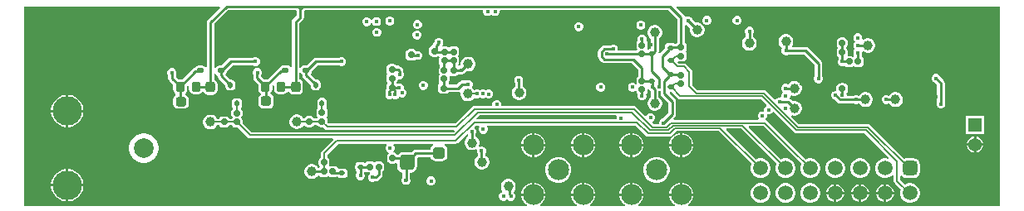
<source format=gbl>
G04*
G04 #@! TF.GenerationSoftware,Altium Limited,Altium Designer,24.10.1 (45)*
G04*
G04 Layer_Physical_Order=6*
G04 Layer_Color=16711680*
%FSAX25Y25*%
%MOIN*%
G70*
G04*
G04 #@! TF.SameCoordinates,E9A5F422-793D-4FF6-AE78-97F5C49A065D*
G04*
G04*
G04 #@! TF.FilePolarity,Positive*
G04*
G01*
G75*
%ADD10C,0.00984*%
%ADD16C,0.01000*%
%ADD18C,0.00500*%
G04:AMPARAMS|DCode=25|XSize=37.4mil|YSize=41.34mil|CornerRadius=9.35mil|HoleSize=0mil|Usage=FLASHONLY|Rotation=270.000|XOffset=0mil|YOffset=0mil|HoleType=Round|Shape=RoundedRectangle|*
%AMROUNDEDRECTD25*
21,1,0.03740,0.02264,0,0,270.0*
21,1,0.01870,0.04134,0,0,270.0*
1,1,0.01870,-0.01132,-0.00935*
1,1,0.01870,-0.01132,0.00935*
1,1,0.01870,0.01132,0.00935*
1,1,0.01870,0.01132,-0.00935*
%
%ADD25ROUNDEDRECTD25*%
G04:AMPARAMS|DCode=26|XSize=37.4mil|YSize=41.34mil|CornerRadius=9.35mil|HoleSize=0mil|Usage=FLASHONLY|Rotation=0.000|XOffset=0mil|YOffset=0mil|HoleType=Round|Shape=RoundedRectangle|*
%AMROUNDEDRECTD26*
21,1,0.03740,0.02264,0,0,0.0*
21,1,0.01870,0.04134,0,0,0.0*
1,1,0.01870,0.00935,-0.01132*
1,1,0.01870,-0.00935,-0.01132*
1,1,0.01870,-0.00935,0.01132*
1,1,0.01870,0.00935,0.01132*
%
%ADD26ROUNDEDRECTD26*%
G04:AMPARAMS|DCode=27|XSize=39.37mil|YSize=35.43mil|CornerRadius=8.86mil|HoleSize=0mil|Usage=FLASHONLY|Rotation=270.000|XOffset=0mil|YOffset=0mil|HoleType=Round|Shape=RoundedRectangle|*
%AMROUNDEDRECTD27*
21,1,0.03937,0.01772,0,0,270.0*
21,1,0.02165,0.03543,0,0,270.0*
1,1,0.01772,-0.00886,-0.01083*
1,1,0.01772,-0.00886,0.01083*
1,1,0.01772,0.00886,0.01083*
1,1,0.01772,0.00886,-0.01083*
%
%ADD27ROUNDEDRECTD27*%
G04:AMPARAMS|DCode=28|XSize=23.62mil|YSize=23.62mil|CornerRadius=5.91mil|HoleSize=0mil|Usage=FLASHONLY|Rotation=270.000|XOffset=0mil|YOffset=0mil|HoleType=Round|Shape=RoundedRectangle|*
%AMROUNDEDRECTD28*
21,1,0.02362,0.01181,0,0,270.0*
21,1,0.01181,0.02362,0,0,270.0*
1,1,0.01181,-0.00591,-0.00591*
1,1,0.01181,-0.00591,0.00591*
1,1,0.01181,0.00591,0.00591*
1,1,0.01181,0.00591,-0.00591*
%
%ADD28ROUNDEDRECTD28*%
G04:AMPARAMS|DCode=29|XSize=25.2mil|YSize=25.2mil|CornerRadius=6.3mil|HoleSize=0mil|Usage=FLASHONLY|Rotation=180.000|XOffset=0mil|YOffset=0mil|HoleType=Round|Shape=RoundedRectangle|*
%AMROUNDEDRECTD29*
21,1,0.02520,0.01260,0,0,180.0*
21,1,0.01260,0.02520,0,0,180.0*
1,1,0.01260,-0.00630,0.00630*
1,1,0.01260,0.00630,0.00630*
1,1,0.01260,0.00630,-0.00630*
1,1,0.01260,-0.00630,-0.00630*
%
%ADD29ROUNDEDRECTD29*%
G04:AMPARAMS|DCode=30|XSize=25.2mil|YSize=25.2mil|CornerRadius=6.3mil|HoleSize=0mil|Usage=FLASHONLY|Rotation=270.000|XOffset=0mil|YOffset=0mil|HoleType=Round|Shape=RoundedRectangle|*
%AMROUNDEDRECTD30*
21,1,0.02520,0.01260,0,0,270.0*
21,1,0.01260,0.02520,0,0,270.0*
1,1,0.01260,-0.00630,-0.00630*
1,1,0.01260,-0.00630,0.00630*
1,1,0.01260,0.00630,0.00630*
1,1,0.01260,0.00630,-0.00630*
%
%ADD30ROUNDEDRECTD30*%
G04:AMPARAMS|DCode=47|XSize=23.62mil|YSize=23.62mil|CornerRadius=5.91mil|HoleSize=0mil|Usage=FLASHONLY|Rotation=0.000|XOffset=0mil|YOffset=0mil|HoleType=Round|Shape=RoundedRectangle|*
%AMROUNDEDRECTD47*
21,1,0.02362,0.01181,0,0,0.0*
21,1,0.01181,0.02362,0,0,0.0*
1,1,0.01181,0.00591,-0.00591*
1,1,0.01181,-0.00591,-0.00591*
1,1,0.01181,-0.00591,0.00591*
1,1,0.01181,0.00591,0.00591*
%
%ADD47ROUNDEDRECTD47*%
%ADD102C,0.05906*%
G04:AMPARAMS|DCode=103|XSize=59.06mil|YSize=59.06mil|CornerRadius=14.76mil|HoleSize=0mil|Usage=FLASHONLY|Rotation=180.000|XOffset=0mil|YOffset=0mil|HoleType=Round|Shape=RoundedRectangle|*
%AMROUNDEDRECTD103*
21,1,0.05906,0.02953,0,0,180.0*
21,1,0.02953,0.05906,0,0,180.0*
1,1,0.02953,-0.01476,0.01476*
1,1,0.02953,0.01476,0.01476*
1,1,0.02953,0.01476,-0.01476*
1,1,0.02953,-0.01476,-0.01476*
%
%ADD103ROUNDEDRECTD103*%
%ADD104R,0.05386X0.05386*%
%ADD105C,0.05386*%
%ADD106C,0.11811*%
%ADD107C,0.07874*%
%ADD108C,0.08425*%
%ADD109C,0.01600*%
G04:AMPARAMS|DCode=110|XSize=25.59mil|YSize=19.68mil|CornerRadius=4.92mil|HoleSize=0mil|Usage=FLASHONLY|Rotation=0.000|XOffset=0mil|YOffset=0mil|HoleType=Round|Shape=RoundedRectangle|*
%AMROUNDEDRECTD110*
21,1,0.02559,0.00984,0,0,0.0*
21,1,0.01575,0.01968,0,0,0.0*
1,1,0.00984,0.00787,-0.00492*
1,1,0.00984,-0.00787,-0.00492*
1,1,0.00984,-0.00787,0.00492*
1,1,0.00984,0.00787,0.00492*
%
%ADD110ROUNDEDRECTD110*%
G04:AMPARAMS|DCode=111|XSize=18.5mil|YSize=23.62mil|CornerRadius=4.63mil|HoleSize=0mil|Usage=FLASHONLY|Rotation=180.000|XOffset=0mil|YOffset=0mil|HoleType=Round|Shape=RoundedRectangle|*
%AMROUNDEDRECTD111*
21,1,0.01850,0.01437,0,0,180.0*
21,1,0.00925,0.02362,0,0,180.0*
1,1,0.00925,-0.00463,0.00719*
1,1,0.00925,0.00463,0.00719*
1,1,0.00925,0.00463,-0.00719*
1,1,0.00925,-0.00463,-0.00719*
%
%ADD111ROUNDEDRECTD111*%
%ADD112C,0.03937*%
G04:AMPARAMS|DCode=113|XSize=62.99mil|YSize=59.06mil|CornerRadius=14.76mil|HoleSize=0mil|Usage=FLASHONLY|Rotation=270.000|XOffset=0mil|YOffset=0mil|HoleType=Round|Shape=RoundedRectangle|*
%AMROUNDEDRECTD113*
21,1,0.06299,0.02953,0,0,270.0*
21,1,0.03347,0.05906,0,0,270.0*
1,1,0.02953,-0.01476,-0.01673*
1,1,0.02953,-0.01476,0.01673*
1,1,0.02953,0.01476,0.01673*
1,1,0.02953,0.01476,-0.01673*
%
%ADD113ROUNDEDRECTD113*%
G04:AMPARAMS|DCode=114|XSize=47.24mil|YSize=47.24mil|CornerRadius=11.81mil|HoleSize=0mil|Usage=FLASHONLY|Rotation=270.000|XOffset=0mil|YOffset=0mil|HoleType=Round|Shape=RoundedRectangle|*
%AMROUNDEDRECTD114*
21,1,0.04724,0.02362,0,0,270.0*
21,1,0.02362,0.04724,0,0,270.0*
1,1,0.02362,-0.01181,-0.01181*
1,1,0.02362,-0.01181,0.01181*
1,1,0.02362,0.01181,0.01181*
1,1,0.02362,0.01181,-0.01181*
%
%ADD114ROUNDEDRECTD114*%
G04:AMPARAMS|DCode=115|XSize=18.5mil|YSize=23.62mil|CornerRadius=4.63mil|HoleSize=0mil|Usage=FLASHONLY|Rotation=270.000|XOffset=0mil|YOffset=0mil|HoleType=Round|Shape=RoundedRectangle|*
%AMROUNDEDRECTD115*
21,1,0.01850,0.01437,0,0,270.0*
21,1,0.00925,0.02362,0,0,270.0*
1,1,0.00925,-0.00719,-0.00463*
1,1,0.00925,-0.00719,0.00463*
1,1,0.00925,0.00719,0.00463*
1,1,0.00925,0.00719,-0.00463*
%
%ADD115ROUNDEDRECTD115*%
G36*
X0392497Y0001204D02*
X0267479D01*
X0267345Y0001704D01*
X0267679Y0001897D01*
X0268576Y0002793D01*
X0269209Y0003890D01*
X0269537Y0005114D01*
Y0005248D01*
X0259912D01*
Y0005114D01*
X0260240Y0003890D01*
X0260873Y0002793D01*
X0261769Y0001897D01*
X0262103Y0001704D01*
X0261969Y0001204D01*
X0247480D01*
X0247345Y0001704D01*
X0247679Y0001897D01*
X0248575Y0002793D01*
X0249209Y0003890D01*
X0249537Y0005114D01*
Y0005248D01*
X0239912D01*
Y0005114D01*
X0240240Y0003890D01*
X0240873Y0002793D01*
X0241769Y0001897D01*
X0242103Y0001704D01*
X0241969Y0001204D01*
X0228109D01*
X0227975Y0001704D01*
X0228309Y0001897D01*
X0229205Y0002793D01*
X0229839Y0003890D01*
X0230167Y0005114D01*
Y0005248D01*
X0220542D01*
Y0005114D01*
X0220870Y0003890D01*
X0221503Y0002793D01*
X0222399Y0001897D01*
X0222733Y0001704D01*
X0222599Y0001204D01*
X0208109D01*
X0207975Y0001704D01*
X0208309Y0001897D01*
X0209205Y0002793D01*
X0209839Y0003890D01*
X0210167Y0005114D01*
Y0005248D01*
X0200542D01*
Y0005114D01*
X0200870Y0003890D01*
X0201503Y0002793D01*
X0202399Y0001897D01*
X0202733Y0001704D01*
X0202599Y0001204D01*
X0001204D01*
Y0081658D01*
X0079448D01*
X0079639Y0081196D01*
X0074706Y0076262D01*
X0074374Y0075766D01*
X0074258Y0075181D01*
Y0057214D01*
X0073758Y0057063D01*
X0073615Y0057276D01*
X0073122Y0057606D01*
X0072539Y0057722D01*
X0070964D01*
X0070382Y0057606D01*
X0069889Y0057276D01*
X0069672Y0056952D01*
X0069311Y0056880D01*
X0068815Y0056549D01*
X0064484Y0052218D01*
X0063035D01*
X0061959Y0053294D01*
Y0054187D01*
X0062115Y0054563D01*
Y0055279D01*
X0061841Y0055941D01*
X0061335Y0056447D01*
X0060673Y0056721D01*
X0059957D01*
X0059295Y0056447D01*
X0058789Y0055941D01*
X0058515Y0055279D01*
Y0054563D01*
X0058789Y0053902D01*
X0058900Y0053790D01*
Y0052661D01*
X0059017Y0052075D01*
X0059348Y0051579D01*
X0060873Y0050055D01*
Y0048130D01*
X0061019Y0047394D01*
X0061436Y0046770D01*
X0061856Y0046489D01*
X0061872Y0045920D01*
X0061449Y0045637D01*
X0061022Y0044997D01*
X0060871Y0044242D01*
Y0042372D01*
X0061022Y0041617D01*
X0061449Y0040977D01*
X0062090Y0040549D01*
X0062845Y0040399D01*
X0065108D01*
X0065863Y0040549D01*
X0066503Y0040977D01*
X0066931Y0041617D01*
X0067081Y0042372D01*
Y0044242D01*
X0066931Y0044997D01*
X0066503Y0045637D01*
X0065863Y0046065D01*
X0065792Y0046079D01*
X0065686Y0046610D01*
X0065926Y0046770D01*
X0066343Y0047394D01*
X0066490Y0048130D01*
Y0049614D01*
X0066672Y0049746D01*
X0067172Y0049491D01*
Y0048130D01*
X0067318Y0047394D01*
X0067735Y0046770D01*
X0068359Y0046354D01*
X0069095Y0046207D01*
X0070866D01*
X0071602Y0046354D01*
X0072226Y0046770D01*
X0072522Y0047214D01*
X0072772Y0047221D01*
X0073069Y0047169D01*
X0073457Y0046587D01*
X0074097Y0046159D01*
X0074852Y0046009D01*
X0076722D01*
X0077478Y0046159D01*
X0078118Y0046587D01*
X0078545Y0047227D01*
X0078695Y0047982D01*
Y0050246D01*
X0078545Y0051001D01*
X0078118Y0051641D01*
X0077478Y0052069D01*
X0077317Y0052101D01*
Y0054635D01*
X0077817Y0054684D01*
X0077827Y0054634D01*
X0078157Y0054141D01*
X0078490Y0053918D01*
Y0053740D01*
X0078607Y0053155D01*
X0078938Y0052659D01*
X0081904Y0049692D01*
Y0049183D01*
X0082018Y0048612D01*
X0082341Y0048129D01*
X0082825Y0047805D01*
X0083396Y0047692D01*
X0084321D01*
X0084891Y0047805D01*
X0085375Y0048129D01*
X0085699Y0048612D01*
X0085812Y0049183D01*
Y0050620D01*
X0085699Y0051191D01*
X0085375Y0051674D01*
X0084891Y0051998D01*
X0084321Y0052111D01*
X0083811D01*
X0081874Y0054049D01*
X0081883Y0054141D01*
X0082213Y0054634D01*
X0082328Y0055216D01*
Y0055559D01*
X0084590Y0057821D01*
X0092886D01*
X0093540Y0057550D01*
X0094256D01*
X0094917Y0057824D01*
X0095424Y0058331D01*
X0095698Y0058992D01*
Y0059708D01*
X0095424Y0060370D01*
X0094917Y0060876D01*
X0094256Y0061150D01*
X0093540D01*
X0092886Y0060880D01*
X0083957D01*
X0083371Y0060763D01*
X0082875Y0060432D01*
X0080166Y0057722D01*
X0079232D01*
X0078650Y0057606D01*
X0078157Y0057276D01*
X0077827Y0056783D01*
X0077817Y0056733D01*
X0077317Y0056782D01*
Y0074548D01*
X0082917Y0080148D01*
X0109996D01*
X0110282Y0079863D01*
Y0077799D01*
X0108860Y0076377D01*
X0108528Y0075880D01*
X0108412Y0075295D01*
Y0057313D01*
X0107912Y0057161D01*
X0107769Y0057375D01*
X0107275Y0057705D01*
X0106693Y0057821D01*
X0105118D01*
X0104536Y0057705D01*
X0104042Y0057375D01*
X0103825Y0057051D01*
X0103465Y0056979D01*
X0102969Y0056647D01*
X0098638Y0052316D01*
X0097189D01*
X0096113Y0053393D01*
Y0053902D01*
X0096387Y0054563D01*
Y0055279D01*
X0096113Y0055941D01*
X0095606Y0056447D01*
X0094945Y0056721D01*
X0094229D01*
X0093567Y0056447D01*
X0093061Y0055941D01*
X0092787Y0055279D01*
Y0054563D01*
X0093054Y0053918D01*
Y0052759D01*
X0093170Y0052174D01*
X0093502Y0051678D01*
X0095026Y0050154D01*
Y0048228D01*
X0095172Y0047493D01*
X0095589Y0046869D01*
X0096010Y0046588D01*
X0096026Y0046018D01*
X0095603Y0045736D01*
X0095175Y0045096D01*
X0095025Y0044341D01*
Y0042470D01*
X0095175Y0041715D01*
X0095603Y0041075D01*
X0096243Y0040648D01*
X0096998Y0040497D01*
X0099262D01*
X0100017Y0040648D01*
X0100657Y0041075D01*
X0101085Y0041715D01*
X0101235Y0042470D01*
Y0044341D01*
X0101085Y0045096D01*
X0100657Y0045736D01*
X0100017Y0046163D01*
X0099946Y0046178D01*
X0099840Y0046708D01*
X0100080Y0046869D01*
X0100497Y0047493D01*
X0100643Y0048228D01*
Y0049712D01*
X0100825Y0049844D01*
X0101325Y0049589D01*
Y0048228D01*
X0101472Y0047493D01*
X0101888Y0046869D01*
X0102512Y0046452D01*
X0103248Y0046306D01*
X0105020D01*
X0105755Y0046452D01*
X0106379Y0046869D01*
X0106676Y0047313D01*
X0106925Y0047319D01*
X0107222Y0047267D01*
X0107611Y0046686D01*
X0108251Y0046258D01*
X0109006Y0046108D01*
X0110876D01*
X0111631Y0046258D01*
X0112271Y0046686D01*
X0112699Y0047326D01*
X0112849Y0048081D01*
Y0050345D01*
X0112699Y0051099D01*
X0112271Y0051740D01*
X0111631Y0052167D01*
X0111470Y0052199D01*
Y0054734D01*
X0111970Y0054783D01*
X0111980Y0054733D01*
X0112310Y0054239D01*
X0112644Y0054016D01*
Y0053839D01*
X0112760Y0053253D01*
X0113092Y0052757D01*
X0116058Y0049791D01*
Y0049281D01*
X0116172Y0048711D01*
X0116495Y0048227D01*
X0116979Y0047904D01*
X0117549Y0047790D01*
X0118474D01*
X0119045Y0047904D01*
X0119529Y0048227D01*
X0119852Y0048711D01*
X0119966Y0049281D01*
Y0050718D01*
X0119852Y0051289D01*
X0119529Y0051773D01*
X0119045Y0052096D01*
X0118474Y0052210D01*
X0117965D01*
X0116027Y0054147D01*
X0116036Y0054239D01*
X0116366Y0054733D01*
X0116482Y0055315D01*
Y0055658D01*
X0118744Y0057919D01*
X0127232D01*
X0127327Y0057824D01*
X0127988Y0057550D01*
X0128705D01*
X0129366Y0057824D01*
X0129872Y0058331D01*
X0130147Y0058992D01*
Y0059708D01*
X0129872Y0060370D01*
X0129366Y0060876D01*
X0128705Y0061150D01*
X0127988D01*
X0127573Y0060978D01*
X0118110D01*
X0117525Y0060862D01*
X0117029Y0060530D01*
X0114319Y0057821D01*
X0113386D01*
X0112804Y0057705D01*
X0112310Y0057375D01*
X0111980Y0056881D01*
X0111970Y0056831D01*
X0111470Y0056881D01*
Y0074662D01*
X0112892Y0076084D01*
X0113224Y0076580D01*
X0113340Y0077165D01*
Y0079863D01*
X0113626Y0080148D01*
X0185033D01*
X0185208Y0079886D01*
Y0079169D01*
X0185482Y0078508D01*
X0185988Y0078002D01*
X0186650Y0077728D01*
X0187366D01*
X0188028Y0078002D01*
X0188533Y0078508D01*
X0189040Y0078002D01*
X0189701Y0077728D01*
X0190417D01*
X0191079Y0078002D01*
X0191585Y0078508D01*
X0191859Y0079169D01*
Y0079886D01*
X0192034Y0080148D01*
X0259422D01*
X0263038Y0076532D01*
Y0067034D01*
X0262830Y0066895D01*
X0262625Y0066588D01*
X0261942D01*
X0261624Y0066801D01*
X0261053Y0066914D01*
X0259616D01*
X0259046Y0066801D01*
X0258562Y0066478D01*
X0258238Y0065994D01*
X0258125Y0065423D01*
Y0064914D01*
X0255988Y0062777D01*
X0255631Y0062909D01*
X0255521Y0062994D01*
X0255593Y0063355D01*
Y0068535D01*
X0255858Y0068688D01*
X0256411Y0069240D01*
X0256802Y0069917D01*
X0257004Y0070672D01*
Y0071454D01*
X0256802Y0072209D01*
X0256411Y0072886D01*
X0255858Y0073438D01*
X0255181Y0073829D01*
X0254426Y0074032D01*
X0253645D01*
X0252890Y0073829D01*
X0252213Y0073438D01*
X0251660Y0072886D01*
X0251269Y0072209D01*
X0251067Y0071454D01*
Y0070672D01*
X0251269Y0069917D01*
X0251660Y0069240D01*
X0252213Y0068688D01*
X0252534Y0068502D01*
Y0064355D01*
X0252136D01*
X0251565Y0064242D01*
X0251453Y0064167D01*
X0251249Y0064215D01*
X0251006Y0064734D01*
X0251130Y0065354D01*
Y0066535D01*
X0251006Y0067156D01*
X0250655Y0067682D01*
X0250585Y0067729D01*
X0250717Y0068047D01*
Y0068764D01*
X0250443Y0069425D01*
X0249937Y0069932D01*
X0249275Y0070205D01*
X0248559D01*
X0247898Y0069932D01*
X0247391Y0069425D01*
X0247117Y0068764D01*
Y0068047D01*
X0247249Y0067729D01*
X0247180Y0067682D01*
X0246829Y0067156D01*
X0246705Y0066535D01*
Y0065354D01*
X0246829Y0064734D01*
X0247031Y0064431D01*
X0246764Y0063931D01*
X0239256D01*
X0239202Y0064012D01*
Y0064728D01*
X0238928Y0065390D01*
X0238421Y0065896D01*
X0237760Y0066170D01*
X0237044D01*
X0236390Y0065899D01*
X0233858D01*
X0233273Y0065783D01*
X0232777Y0065452D01*
X0231694Y0064369D01*
X0231363Y0063873D01*
X0231246Y0063287D01*
Y0061417D01*
X0231363Y0060832D01*
X0231694Y0060336D01*
X0232777Y0059253D01*
X0233273Y0058922D01*
X0233858Y0058805D01*
X0244741D01*
X0247388Y0056158D01*
Y0053451D01*
X0247180Y0053312D01*
X0246829Y0052786D01*
X0246705Y0052165D01*
Y0050984D01*
X0246790Y0050557D01*
X0246329Y0050311D01*
X0246098Y0050542D01*
X0245437Y0050816D01*
X0244721D01*
X0244059Y0050542D01*
X0243553Y0050035D01*
X0243279Y0049374D01*
Y0048658D01*
X0243553Y0047996D01*
X0244059Y0047490D01*
X0244721Y0047216D01*
X0245437D01*
X0246098Y0047490D01*
X0246205Y0047596D01*
X0246587Y0047478D01*
X0246714Y0047398D01*
X0246829Y0046820D01*
X0247180Y0046294D01*
X0247250Y0046248D01*
X0247117Y0045929D01*
Y0045213D01*
X0247391Y0044551D01*
X0247898Y0044045D01*
X0248559Y0043771D01*
X0249275D01*
X0249937Y0044045D01*
X0250443Y0044551D01*
X0250717Y0045213D01*
Y0045929D01*
X0250585Y0046248D01*
X0250655Y0046294D01*
X0251006Y0046820D01*
X0251130Y0047441D01*
Y0048079D01*
X0251595Y0048186D01*
X0251630Y0048187D01*
X0252130Y0047687D01*
X0252506Y0047531D01*
Y0045064D01*
X0252213Y0044895D01*
X0251660Y0044342D01*
X0251269Y0043666D01*
X0251067Y0042911D01*
Y0042129D01*
X0251269Y0041374D01*
X0251660Y0040697D01*
X0252213Y0040144D01*
X0252890Y0039753D01*
X0253645Y0039551D01*
X0254426D01*
X0255181Y0039753D01*
X0255858Y0040144D01*
X0256411Y0040697D01*
X0256802Y0041374D01*
X0257004Y0042129D01*
Y0042911D01*
X0256802Y0043666D01*
X0256411Y0044342D01*
X0255858Y0044895D01*
X0255565Y0045064D01*
Y0047413D01*
X0256264D01*
X0256345Y0047358D01*
Y0046457D01*
X0256461Y0045871D01*
X0256793Y0045375D01*
X0259494Y0042674D01*
Y0038724D01*
X0257212Y0036442D01*
X0256559Y0036172D01*
X0256053Y0035665D01*
X0255779Y0035004D01*
Y0034288D01*
X0255686Y0034148D01*
X0253579D01*
X0253007Y0034721D01*
X0253105Y0035211D01*
X0253283Y0035285D01*
X0253790Y0035791D01*
X0254064Y0036453D01*
Y0037169D01*
X0253790Y0037831D01*
X0253283Y0038337D01*
X0252622Y0038611D01*
X0251906D01*
X0251244Y0038337D01*
X0250738Y0037831D01*
X0250664Y0037652D01*
X0250173Y0037554D01*
X0246570Y0041157D01*
X0246157Y0041433D01*
X0245669Y0041530D01*
X0192608D01*
X0192450Y0041768D01*
Y0042484D01*
X0192176Y0043146D01*
X0191669Y0043652D01*
X0191008Y0043926D01*
X0190292D01*
X0189630Y0043652D01*
X0189124Y0043146D01*
X0188850Y0042484D01*
Y0041768D01*
X0188691Y0041530D01*
X0181693D01*
X0181205Y0041433D01*
X0180792Y0041157D01*
X0173980Y0034345D01*
X0123166D01*
X0122783Y0034728D01*
Y0035728D01*
X0122660Y0036349D01*
X0122308Y0036875D01*
Y0036944D01*
X0122660Y0037470D01*
X0122783Y0038091D01*
Y0039272D01*
X0122660Y0039892D01*
X0122308Y0040418D01*
X0122282Y0041037D01*
X0122411Y0041230D01*
X0122525Y0041801D01*
Y0043238D01*
X0122411Y0043809D01*
X0122088Y0044293D01*
X0121604Y0044616D01*
X0121034Y0044729D01*
X0120108D01*
X0119538Y0044616D01*
X0119054Y0044293D01*
X0118730Y0043809D01*
X0118617Y0043238D01*
Y0041801D01*
X0118730Y0041230D01*
X0118860Y0041037D01*
X0118834Y0040418D01*
X0118482Y0039892D01*
X0118359Y0039272D01*
Y0038091D01*
X0118482Y0037470D01*
X0118834Y0036944D01*
Y0036875D01*
X0118524Y0036412D01*
X0117499D01*
X0117190Y0036875D01*
X0116664Y0037227D01*
X0116043Y0037350D01*
X0114862D01*
X0114242Y0037227D01*
X0113716Y0036875D01*
X0113560Y0036643D01*
X0112984Y0036657D01*
X0112809Y0036961D01*
X0112256Y0037513D01*
X0111579Y0037904D01*
X0110824Y0038106D01*
X0110042D01*
X0109287Y0037904D01*
X0108610Y0037513D01*
X0108058Y0036961D01*
X0107667Y0036284D01*
X0107465Y0035529D01*
Y0034747D01*
X0107667Y0033992D01*
X0108058Y0033315D01*
X0108610Y0032762D01*
X0109287Y0032372D01*
X0110042Y0032169D01*
X0110824D01*
X0111579Y0032372D01*
X0112256Y0032762D01*
X0112809Y0033315D01*
X0112984Y0033619D01*
X0113560Y0033632D01*
X0113716Y0033400D01*
X0114242Y0033049D01*
X0114862Y0032926D01*
X0116043D01*
X0116664Y0033049D01*
X0117190Y0033400D01*
X0117499Y0033863D01*
X0118524D01*
X0118834Y0033400D01*
X0119360Y0033049D01*
X0119980Y0032926D01*
X0120981D01*
X0121737Y0032170D01*
X0122150Y0031893D01*
X0122638Y0031796D01*
X0173435D01*
X0173626Y0031334D01*
X0173291Y0030999D01*
X0092260D01*
X0088630Y0034629D01*
Y0035630D01*
X0088506Y0036250D01*
X0088155Y0036777D01*
Y0036845D01*
X0088506Y0037372D01*
X0088630Y0037992D01*
Y0039173D01*
X0088506Y0039794D01*
X0088155Y0040320D01*
X0088129Y0040939D01*
X0088258Y0041132D01*
X0088371Y0041703D01*
Y0043140D01*
X0088258Y0043710D01*
X0087934Y0044194D01*
X0087451Y0044517D01*
X0086880Y0044631D01*
X0085955D01*
X0085384Y0044517D01*
X0084900Y0044194D01*
X0084577Y0043710D01*
X0084464Y0043140D01*
Y0041703D01*
X0084577Y0041132D01*
X0084706Y0040939D01*
X0084680Y0040320D01*
X0084329Y0039794D01*
X0084205Y0039173D01*
Y0037992D01*
X0084329Y0037372D01*
X0084680Y0036845D01*
Y0036777D01*
X0084371Y0036314D01*
X0083346D01*
X0083037Y0036777D01*
X0082510Y0037128D01*
X0081890Y0037252D01*
X0080709D01*
X0080088Y0037128D01*
X0079562Y0036777D01*
X0079253Y0036314D01*
X0078479D01*
X0078163Y0036862D01*
X0077610Y0037415D01*
X0076933Y0037806D01*
X0076178Y0038008D01*
X0075397D01*
X0074642Y0037806D01*
X0073965Y0037415D01*
X0073412Y0036862D01*
X0073021Y0036185D01*
X0072819Y0035430D01*
Y0034649D01*
X0073021Y0033894D01*
X0073412Y0033217D01*
X0073965Y0032664D01*
X0074642Y0032273D01*
X0075397Y0032071D01*
X0076178D01*
X0076933Y0032273D01*
X0077610Y0032664D01*
X0078163Y0033217D01*
X0078479Y0033765D01*
X0079253D01*
X0079562Y0033302D01*
X0080088Y0032950D01*
X0080709Y0032827D01*
X0081890D01*
X0082510Y0032950D01*
X0083037Y0033302D01*
X0083346Y0033765D01*
X0084371D01*
X0084680Y0033302D01*
X0085206Y0032950D01*
X0085827Y0032827D01*
X0086827D01*
X0090831Y0028823D01*
X0091245Y0028547D01*
X0091732Y0028450D01*
X0124912D01*
X0125103Y0027988D01*
X0120457Y0023342D01*
X0120181Y0022929D01*
X0120084Y0022441D01*
Y0020846D01*
X0119621Y0020537D01*
X0119270Y0020010D01*
X0119146Y0019390D01*
Y0018209D01*
X0119270Y0017588D01*
X0119621Y0017062D01*
X0119512Y0016692D01*
X0119445Y0016608D01*
X0118960Y0016627D01*
X0118812Y0016882D01*
X0118260Y0017435D01*
X0117583Y0017825D01*
X0116828Y0018028D01*
X0116046D01*
X0115291Y0017825D01*
X0114614Y0017435D01*
X0114062Y0016882D01*
X0113671Y0016205D01*
X0113469Y0015450D01*
Y0014668D01*
X0113671Y0013913D01*
X0114062Y0013236D01*
X0114614Y0012684D01*
X0115291Y0012293D01*
X0116046Y0012091D01*
X0116828D01*
X0117583Y0012293D01*
X0118260Y0012684D01*
X0118812Y0013236D01*
X0118982Y0013530D01*
X0119482D01*
X0119621Y0013322D01*
X0120147Y0012970D01*
X0120768Y0012847D01*
X0121949D01*
X0122569Y0012970D01*
X0122727Y0013076D01*
X0123130Y0013302D01*
X0123532Y0013076D01*
X0123690Y0012970D01*
X0124311Y0012847D01*
X0125492D01*
X0126113Y0012970D01*
X0126266Y0013073D01*
X0126623D01*
X0126770Y0012853D01*
X0127254Y0012530D01*
X0127825Y0012416D01*
X0129262D01*
X0129832Y0012530D01*
X0130316Y0012853D01*
X0130640Y0013337D01*
X0130753Y0013907D01*
Y0014833D01*
X0130640Y0015403D01*
X0130316Y0015887D01*
X0129832Y0016210D01*
X0129262Y0016324D01*
X0127825D01*
X0127254Y0016210D01*
X0126832Y0016508D01*
X0126639Y0016796D01*
X0126113Y0017148D01*
X0125492Y0017271D01*
X0124311D01*
X0123764Y0017163D01*
X0123578Y0017332D01*
X0123433Y0017568D01*
X0123447Y0017588D01*
X0123571Y0018209D01*
Y0019390D01*
X0123447Y0020010D01*
X0123096Y0020537D01*
X0122633Y0020846D01*
Y0021913D01*
X0127004Y0026285D01*
X0146260D01*
X0146467Y0025785D01*
X0146309Y0025626D01*
X0146035Y0024964D01*
Y0024248D01*
X0146309Y0023587D01*
X0146815Y0023080D01*
X0147228Y0022909D01*
X0147284Y0022345D01*
X0147082Y0022210D01*
X0146730Y0021684D01*
X0146607Y0021063D01*
Y0019882D01*
X0146730Y0019261D01*
X0147082Y0018735D01*
X0147608Y0018384D01*
X0148228Y0018260D01*
X0149409D01*
X0150030Y0018384D01*
X0150125Y0018447D01*
X0150625Y0018180D01*
Y0017028D01*
X0150817Y0016061D01*
X0151364Y0015242D01*
X0152183Y0014695D01*
X0152818Y0014569D01*
Y0012626D01*
X0152706Y0012515D01*
X0152432Y0011853D01*
Y0011137D01*
X0152706Y0010476D01*
X0153213Y0009969D01*
X0153874Y0009695D01*
X0154590D01*
X0155252Y0009969D01*
X0155758Y0010476D01*
X0156032Y0011137D01*
Y0011853D01*
X0155877Y0012229D01*
Y0014503D01*
X0156102D01*
X0157069Y0014695D01*
X0157888Y0015242D01*
X0158435Y0016061D01*
X0158627Y0017028D01*
Y0020374D01*
X0158596Y0020532D01*
X0158938Y0020920D01*
X0164123D01*
X0164186Y0020606D01*
X0164668Y0019884D01*
X0165389Y0019402D01*
X0166240Y0019233D01*
X0168602D01*
X0169453Y0019402D01*
X0170175Y0019884D01*
X0170657Y0020606D01*
X0170826Y0021457D01*
Y0023819D01*
X0170657Y0024670D01*
X0170175Y0025391D01*
X0169586Y0025785D01*
X0169738Y0026285D01*
X0174213D01*
X0174700Y0026382D01*
X0175114Y0026658D01*
X0178676Y0030220D01*
X0178988Y0030158D01*
X0179179Y0030016D01*
Y0029218D01*
X0178886Y0029049D01*
X0178333Y0028496D01*
X0177943Y0027819D01*
X0177740Y0027064D01*
Y0026282D01*
X0177943Y0025527D01*
X0178333Y0024850D01*
X0178886Y0024298D01*
X0179563Y0023907D01*
X0180318Y0023705D01*
X0181099D01*
X0181854Y0023907D01*
X0182389Y0024216D01*
X0182790Y0023876D01*
X0182719Y0023704D01*
Y0022988D01*
X0182993Y0022326D01*
X0183053Y0022266D01*
Y0021406D01*
X0182823Y0021273D01*
X0182270Y0020720D01*
X0181879Y0020043D01*
X0181677Y0019288D01*
Y0018507D01*
X0181879Y0017752D01*
X0182270Y0017075D01*
X0182823Y0016522D01*
X0183500Y0016131D01*
X0184255Y0015929D01*
X0185037D01*
X0185792Y0016131D01*
X0186468Y0016522D01*
X0187021Y0017075D01*
X0187412Y0017752D01*
X0187614Y0018507D01*
Y0019288D01*
X0187412Y0020043D01*
X0187021Y0020720D01*
X0186468Y0021273D01*
X0186111Y0021479D01*
Y0022488D01*
X0186319Y0022988D01*
Y0023704D01*
X0186045Y0024365D01*
X0185538Y0024872D01*
X0184877Y0025146D01*
X0184160D01*
X0183729Y0024967D01*
X0183380Y0025364D01*
X0183475Y0025527D01*
X0183677Y0026282D01*
Y0027064D01*
X0183475Y0027819D01*
X0183084Y0028496D01*
X0182531Y0029049D01*
X0182238Y0029218D01*
Y0030091D01*
X0182509Y0030744D01*
Y0031460D01*
X0182235Y0032122D01*
X0181728Y0032628D01*
X0181689Y0032645D01*
X0181591Y0033135D01*
X0182122Y0033666D01*
X0183563D01*
X0183771Y0033166D01*
X0183710Y0033106D01*
X0183436Y0032445D01*
Y0031729D01*
X0183710Y0031067D01*
X0184217Y0030561D01*
X0184878Y0030287D01*
X0185594D01*
X0186256Y0030561D01*
X0186762Y0031067D01*
X0187036Y0031729D01*
Y0032445D01*
X0186762Y0033106D01*
X0186702Y0033166D01*
X0186909Y0033666D01*
X0246322D01*
X0250378Y0029611D01*
X0250792Y0029334D01*
X0251279Y0029237D01*
X0259941D01*
X0260429Y0029334D01*
X0260842Y0029611D01*
X0262634Y0031403D01*
X0279636D01*
X0292871Y0018168D01*
X0292741Y0017943D01*
X0292471Y0016938D01*
Y0015897D01*
X0292741Y0014892D01*
X0293261Y0013990D01*
X0293997Y0013254D01*
X0294898Y0012734D01*
X0295904Y0012465D01*
X0296944D01*
X0297950Y0012734D01*
X0298851Y0013254D01*
X0299587Y0013990D01*
X0300107Y0014892D01*
X0300377Y0015897D01*
Y0016938D01*
X0300107Y0017943D01*
X0299587Y0018844D01*
X0298851Y0019580D01*
X0297950Y0020101D01*
X0296944Y0020370D01*
X0295904D01*
X0294898Y0020101D01*
X0294673Y0019971D01*
X0282703Y0031941D01*
X0282894Y0032403D01*
X0288637D01*
X0302871Y0018168D01*
X0302741Y0017943D01*
X0302472Y0016938D01*
Y0015897D01*
X0302741Y0014892D01*
X0303261Y0013990D01*
X0303997Y0013254D01*
X0304899Y0012734D01*
X0305904Y0012465D01*
X0306945D01*
X0307950Y0012734D01*
X0308851Y0013254D01*
X0309587Y0013990D01*
X0310108Y0014892D01*
X0310377Y0015897D01*
Y0016938D01*
X0310108Y0017943D01*
X0309587Y0018844D01*
X0308851Y0019580D01*
X0307950Y0020101D01*
X0306945Y0020370D01*
X0305904D01*
X0304899Y0020101D01*
X0304673Y0019971D01*
X0291703Y0032941D01*
X0291895Y0033403D01*
X0297590D01*
X0307645Y0023348D01*
X0307645Y0023348D01*
X0312825Y0018168D01*
X0312695Y0017943D01*
X0312425Y0016938D01*
Y0015897D01*
X0312695Y0014892D01*
X0313215Y0013990D01*
X0313951Y0013254D01*
X0314852Y0012734D01*
X0315858Y0012465D01*
X0316898D01*
X0317904Y0012734D01*
X0318805Y0013254D01*
X0319541Y0013990D01*
X0320061Y0014892D01*
X0320331Y0015897D01*
Y0016938D01*
X0320061Y0017943D01*
X0319541Y0018844D01*
X0318805Y0019580D01*
X0317904Y0020101D01*
X0316898Y0020370D01*
X0315858D01*
X0314852Y0020101D01*
X0314627Y0019971D01*
X0309448Y0025150D01*
X0309448Y0025150D01*
X0299019Y0035578D01*
X0298694Y0035795D01*
X0298580Y0036180D01*
X0298565Y0036373D01*
X0298672Y0036480D01*
X0298946Y0037141D01*
Y0037770D01*
X0299197Y0038041D01*
X0299361Y0038161D01*
X0300024D01*
X0300686Y0038435D01*
X0301192Y0038941D01*
X0301221Y0039010D01*
X0301711Y0039107D01*
X0309928Y0030890D01*
X0310342Y0030614D01*
X0310830Y0030517D01*
X0338153D01*
X0347998Y0020672D01*
X0347981Y0020595D01*
X0347395Y0020237D01*
X0346898Y0020370D01*
X0345858D01*
X0344852Y0020101D01*
X0343951Y0019580D01*
X0343215Y0018844D01*
X0342695Y0017943D01*
X0342425Y0016938D01*
Y0015897D01*
X0342695Y0014892D01*
X0343215Y0013990D01*
X0343951Y0013254D01*
X0344852Y0012734D01*
X0345858Y0012465D01*
X0346898D01*
X0347904Y0012734D01*
X0348805Y0013254D01*
X0349407Y0013856D01*
X0349907Y0013666D01*
Y0011220D01*
X0350004Y0010733D01*
X0350280Y0010319D01*
X0352687Y0007913D01*
X0352425Y0006938D01*
Y0005897D01*
X0352695Y0004892D01*
X0353215Y0003990D01*
X0353951Y0003254D01*
X0354852Y0002734D01*
X0355858Y0002465D01*
X0356898D01*
X0357904Y0002734D01*
X0358805Y0003254D01*
X0359541Y0003990D01*
X0360061Y0004892D01*
X0360331Y0005897D01*
Y0006938D01*
X0360061Y0007943D01*
X0359541Y0008844D01*
X0358805Y0009580D01*
X0357904Y0010101D01*
X0356898Y0010370D01*
X0355858D01*
X0354852Y0010101D01*
X0354377Y0009827D01*
X0352456Y0011748D01*
Y0013244D01*
X0352956Y0013396D01*
X0353116Y0013156D01*
X0353935Y0012608D01*
X0354902Y0012416D01*
X0357854D01*
X0358821Y0012608D01*
X0359640Y0013156D01*
X0360187Y0013975D01*
X0360379Y0014941D01*
Y0017894D01*
X0360187Y0018860D01*
X0359640Y0019679D01*
X0358821Y0020226D01*
X0357854Y0020419D01*
X0354902D01*
X0353971Y0020233D01*
X0340330Y0033874D01*
X0339917Y0034150D01*
X0339429Y0034247D01*
X0311847D01*
X0308802Y0037292D01*
X0309061Y0037740D01*
X0309649Y0037583D01*
X0310430D01*
X0311185Y0037785D01*
X0311862Y0038176D01*
X0312415Y0038728D01*
X0312806Y0039405D01*
X0313008Y0040160D01*
Y0040942D01*
X0312806Y0041697D01*
X0312415Y0042374D01*
X0311862Y0042927D01*
X0311185Y0043317D01*
X0310430Y0043520D01*
X0309649D01*
X0309313Y0043430D01*
X0308556Y0044186D01*
X0308404Y0044287D01*
X0308068Y0044537D01*
X0308193Y0044984D01*
X0308296Y0045233D01*
Y0045623D01*
X0308796Y0045912D01*
X0308894Y0045856D01*
X0309649Y0045654D01*
X0310430D01*
X0311185Y0045856D01*
X0311862Y0046247D01*
X0312415Y0046799D01*
X0312806Y0047476D01*
X0313008Y0048231D01*
Y0049013D01*
X0312806Y0049768D01*
X0312415Y0050445D01*
X0311862Y0050998D01*
X0311185Y0051388D01*
X0310430Y0051591D01*
X0309649D01*
X0308894Y0051388D01*
X0308217Y0050998D01*
X0307664Y0050445D01*
X0307497Y0050156D01*
X0306854Y0050422D01*
X0306138D01*
X0305476Y0050148D01*
X0304970Y0049642D01*
X0304696Y0048980D01*
Y0048264D01*
X0304970Y0047602D01*
X0305466Y0047107D01*
X0304970Y0046611D01*
X0304696Y0045949D01*
Y0045318D01*
X0304516Y0045090D01*
X0304289Y0044910D01*
X0303657D01*
X0302995Y0044636D01*
X0302489Y0044130D01*
X0302051Y0044043D01*
X0298637Y0047456D01*
X0298224Y0047733D01*
X0297736Y0047830D01*
X0271197D01*
X0269139Y0049888D01*
Y0055266D01*
X0269042Y0055753D01*
X0268765Y0056167D01*
X0266649Y0058283D01*
X0266236Y0058559D01*
X0265748Y0058656D01*
X0263579D01*
X0263138Y0059098D01*
X0263255Y0059327D01*
X0263433Y0059510D01*
X0263976Y0059402D01*
X0265158D01*
X0265778Y0059525D01*
X0266304Y0059877D01*
X0266656Y0060403D01*
X0266779Y0061024D01*
Y0062205D01*
X0266656Y0062825D01*
X0266304Y0063352D01*
Y0063420D01*
X0266656Y0063946D01*
X0266779Y0064567D01*
Y0065748D01*
X0266656Y0066369D01*
X0266304Y0066895D01*
X0266096Y0067034D01*
Y0073913D01*
X0266596Y0074181D01*
X0267055Y0073991D01*
X0268182Y0072864D01*
X0268094Y0072536D01*
Y0071755D01*
X0268297Y0071000D01*
X0268688Y0070323D01*
X0269240Y0069770D01*
X0269917Y0069380D01*
X0270672Y0069177D01*
X0271454D01*
X0272209Y0069380D01*
X0272886Y0069770D01*
X0273438Y0070323D01*
X0273829Y0071000D01*
X0274031Y0071755D01*
Y0072536D01*
X0273829Y0073291D01*
X0273438Y0073968D01*
X0272886Y0074521D01*
X0272209Y0074912D01*
X0271454Y0075114D01*
X0270672D01*
X0270345Y0075027D01*
X0269218Y0076154D01*
X0268947Y0076807D01*
X0268441Y0077313D01*
X0267779Y0077587D01*
X0267063D01*
X0266563Y0077380D01*
X0266104Y0077547D01*
X0266005Y0077624D01*
X0265980Y0077751D01*
X0265648Y0078247D01*
X0262700Y0081196D01*
X0262891Y0081658D01*
X0392497D01*
Y0001204D01*
D02*
G37*
G36*
X0238825Y0037202D02*
X0238736Y0036987D01*
Y0036271D01*
X0238699Y0036215D01*
X0182766D01*
X0182574Y0036677D01*
X0183599Y0037702D01*
X0238491D01*
X0238825Y0037202D01*
D02*
G37*
G36*
X0263331Y0044473D02*
X0263745Y0044197D01*
X0264232Y0044100D01*
X0296719D01*
X0298813Y0042006D01*
X0298715Y0041515D01*
X0298647Y0041487D01*
X0298140Y0040980D01*
X0297866Y0040319D01*
Y0039690D01*
X0297615Y0039419D01*
X0297451Y0039299D01*
X0296788D01*
X0296126Y0039025D01*
X0295620Y0038519D01*
X0295346Y0037857D01*
Y0037141D01*
X0295620Y0036480D01*
X0295648Y0036452D01*
X0295441Y0035952D01*
X0261701D01*
X0261510Y0036414D01*
X0262105Y0037009D01*
X0262437Y0037505D01*
X0262553Y0038091D01*
Y0043307D01*
X0262437Y0043892D01*
X0262105Y0044388D01*
X0259932Y0046562D01*
X0260139Y0047062D01*
X0260742D01*
X0263331Y0044473D01*
D02*
G37*
G36*
X0165256Y0025785D02*
X0164668Y0025391D01*
X0164186Y0024670D01*
X0164045Y0023962D01*
X0158236D01*
X0157654Y0023846D01*
X0157161Y0023517D01*
X0156470Y0022826D01*
X0156102Y0022899D01*
X0153150D01*
X0152183Y0022707D01*
X0151364Y0022159D01*
X0151254Y0021994D01*
X0150700D01*
X0150556Y0022210D01*
X0150030Y0022561D01*
X0149409Y0022685D01*
X0149112D01*
X0149101Y0022701D01*
X0148959Y0023185D01*
X0149361Y0023587D01*
X0149635Y0024248D01*
Y0024964D01*
X0149361Y0025626D01*
X0149202Y0025785D01*
X0149409Y0026285D01*
X0165104D01*
X0165256Y0025785D01*
D02*
G37*
%LPC*%
G36*
X0142779Y0077292D02*
X0142063D01*
X0141402Y0077018D01*
X0140895Y0076512D01*
X0140707Y0076056D01*
X0140165D01*
X0140010Y0076430D01*
X0139504Y0076937D01*
X0138842Y0077211D01*
X0138126D01*
X0137465Y0076937D01*
X0136958Y0076430D01*
X0136684Y0075769D01*
Y0075053D01*
X0136958Y0074391D01*
X0137465Y0073885D01*
X0138126Y0073611D01*
X0138842D01*
X0139504Y0073885D01*
X0140010Y0074391D01*
X0140199Y0074847D01*
X0140740D01*
X0140895Y0074473D01*
X0141402Y0073966D01*
X0142063Y0073692D01*
X0142779D01*
X0143441Y0073966D01*
X0143947Y0074473D01*
X0144221Y0075134D01*
Y0075850D01*
X0143947Y0076512D01*
X0143441Y0077018D01*
X0142779Y0077292D01*
D02*
G37*
G36*
X0287366Y0077785D02*
X0286650D01*
X0285988Y0077511D01*
X0285482Y0077005D01*
X0285208Y0076343D01*
Y0075627D01*
X0285482Y0074966D01*
X0285988Y0074459D01*
X0286650Y0074185D01*
X0287366D01*
X0288028Y0074459D01*
X0288534Y0074966D01*
X0288808Y0075627D01*
Y0076343D01*
X0288534Y0077005D01*
X0288028Y0077511D01*
X0287366Y0077785D01*
D02*
G37*
G36*
X0275260Y0077686D02*
X0274543D01*
X0273882Y0077412D01*
X0273376Y0076905D01*
X0273102Y0076244D01*
Y0075528D01*
X0273376Y0074866D01*
X0273882Y0074360D01*
X0274543Y0074086D01*
X0275260D01*
X0275921Y0074360D01*
X0276428Y0074866D01*
X0276702Y0075528D01*
Y0076244D01*
X0276428Y0076905D01*
X0275921Y0077412D01*
X0275260Y0077686D01*
D02*
G37*
G36*
X0148094Y0077587D02*
X0147378D01*
X0146717Y0077313D01*
X0146210Y0076807D01*
X0145936Y0076145D01*
Y0075429D01*
X0146210Y0074768D01*
X0146717Y0074261D01*
X0147378Y0073987D01*
X0148094D01*
X0148756Y0074261D01*
X0149262Y0074768D01*
X0149536Y0075429D01*
Y0076145D01*
X0149262Y0076807D01*
X0148756Y0077313D01*
X0148094Y0077587D01*
D02*
G37*
G36*
X0159216Y0076111D02*
X0158500D01*
X0157839Y0075837D01*
X0157332Y0075331D01*
X0157058Y0074669D01*
Y0073953D01*
X0157332Y0073291D01*
X0157839Y0072785D01*
X0158500Y0072511D01*
X0159216D01*
X0159878Y0072785D01*
X0160384Y0073291D01*
X0160658Y0073953D01*
Y0074669D01*
X0160384Y0075331D01*
X0159878Y0075837D01*
X0159216Y0076111D01*
D02*
G37*
G36*
X0248783Y0075914D02*
X0248067D01*
X0247406Y0075640D01*
X0246899Y0075134D01*
X0246625Y0074472D01*
Y0073756D01*
X0246899Y0073095D01*
X0247406Y0072588D01*
X0248067Y0072314D01*
X0248783D01*
X0249445Y0072588D01*
X0249951Y0073095D01*
X0250225Y0073756D01*
Y0074472D01*
X0249951Y0075134D01*
X0249445Y0075640D01*
X0248783Y0075914D01*
D02*
G37*
G36*
X0223882Y0075225D02*
X0223166D01*
X0222504Y0074951D01*
X0221998Y0074445D01*
X0221724Y0073783D01*
Y0073067D01*
X0221998Y0072406D01*
X0222504Y0071899D01*
X0223166Y0071625D01*
X0223882D01*
X0224543Y0071899D01*
X0225050Y0072406D01*
X0225324Y0073067D01*
Y0073783D01*
X0225050Y0074445D01*
X0224543Y0074951D01*
X0223882Y0075225D01*
D02*
G37*
G36*
X0142820Y0072949D02*
X0142104D01*
X0141442Y0072675D01*
X0140936Y0072169D01*
X0140662Y0071507D01*
Y0070791D01*
X0140936Y0070130D01*
X0141442Y0069623D01*
X0142104Y0069349D01*
X0142820D01*
X0143481Y0069623D01*
X0143988Y0070130D01*
X0144262Y0070791D01*
Y0071507D01*
X0143988Y0072169D01*
X0143481Y0072675D01*
X0142820Y0072949D01*
D02*
G37*
G36*
X0159030Y0071908D02*
X0158314D01*
X0157652Y0071634D01*
X0157146Y0071128D01*
X0156872Y0070466D01*
Y0069750D01*
X0157146Y0069089D01*
X0157652Y0068582D01*
X0158314Y0068308D01*
X0159030D01*
X0159692Y0068582D01*
X0160198Y0069089D01*
X0160472Y0069750D01*
Y0070466D01*
X0160198Y0071128D01*
X0159692Y0071634D01*
X0159030Y0071908D01*
D02*
G37*
G36*
X0292388Y0073375D02*
X0291671D01*
X0291010Y0073101D01*
X0290504Y0072595D01*
X0290230Y0071933D01*
Y0071217D01*
X0290450Y0070685D01*
Y0069306D01*
X0290107Y0069108D01*
X0289554Y0068555D01*
X0289163Y0067878D01*
X0288961Y0067123D01*
Y0066342D01*
X0289163Y0065587D01*
X0289554Y0064910D01*
X0290107Y0064357D01*
X0290783Y0063966D01*
X0291538Y0063764D01*
X0292320D01*
X0293075Y0063966D01*
X0293752Y0064357D01*
X0294305Y0064910D01*
X0294695Y0065587D01*
X0294898Y0066342D01*
Y0067123D01*
X0294695Y0067878D01*
X0294305Y0068555D01*
X0293752Y0069108D01*
X0293509Y0069248D01*
Y0070509D01*
X0293555Y0070556D01*
X0293830Y0071217D01*
Y0071933D01*
X0293555Y0072595D01*
X0293049Y0073101D01*
X0292388Y0073375D01*
D02*
G37*
G36*
X0335791Y0070698D02*
X0335075D01*
X0334414Y0070424D01*
X0333907Y0069917D01*
X0333633Y0069256D01*
Y0068540D01*
X0333907Y0067878D01*
X0334364Y0067421D01*
X0333907Y0066965D01*
X0333633Y0066303D01*
Y0065587D01*
X0333907Y0064925D01*
X0334364Y0064468D01*
X0333907Y0064012D01*
X0333633Y0063350D01*
Y0062634D01*
X0333907Y0061972D01*
X0333845Y0061535D01*
X0333402Y0061308D01*
X0333357Y0061334D01*
X0333199Y0061439D01*
X0332579Y0061563D01*
X0331612D01*
X0331500Y0061654D01*
X0331283Y0061950D01*
X0331256Y0062044D01*
X0331346Y0062500D01*
Y0063681D01*
X0331223Y0064302D01*
X0330871Y0064828D01*
Y0065093D01*
X0331223Y0065619D01*
X0331346Y0066240D01*
Y0067421D01*
X0331223Y0068042D01*
X0330871Y0068568D01*
X0330345Y0068919D01*
X0329724Y0069043D01*
X0328543D01*
X0327923Y0068919D01*
X0327397Y0068568D01*
X0327045Y0068042D01*
X0326922Y0067421D01*
Y0066240D01*
X0327045Y0065619D01*
X0327397Y0065093D01*
Y0064828D01*
X0327045Y0064302D01*
X0326922Y0063681D01*
Y0062500D01*
X0327045Y0061879D01*
X0327397Y0061353D01*
X0327654Y0061181D01*
Y0060243D01*
X0327432Y0059708D01*
Y0058992D01*
X0327706Y0058331D01*
X0328213Y0057824D01*
X0328874Y0057550D01*
X0329590D01*
X0330140Y0057778D01*
X0330251Y0057613D01*
X0330777Y0057262D01*
X0331398Y0057138D01*
X0332579D01*
X0333199Y0057262D01*
X0333726Y0057613D01*
X0333794D01*
X0334320Y0057262D01*
X0334941Y0057138D01*
X0336122D01*
X0336743Y0057262D01*
X0337269Y0057613D01*
X0337620Y0058139D01*
X0337744Y0058760D01*
Y0059941D01*
X0337620Y0060562D01*
X0337269Y0061088D01*
X0337012Y0061260D01*
Y0062100D01*
X0337233Y0062634D01*
Y0063177D01*
X0337481Y0063354D01*
X0337694Y0063442D01*
X0337695Y0063443D01*
X0338323Y0063080D01*
X0339078Y0062878D01*
X0339859D01*
X0340614Y0063080D01*
X0341291Y0063471D01*
X0341844Y0064024D01*
X0342235Y0064701D01*
X0342437Y0065456D01*
Y0066237D01*
X0342235Y0066992D01*
X0341844Y0067669D01*
X0341291Y0068222D01*
X0340614Y0068613D01*
X0339859Y0068815D01*
X0339078D01*
X0338323Y0068613D01*
X0337646Y0068222D01*
X0337640Y0068217D01*
X0337217Y0068500D01*
X0337233Y0068540D01*
Y0069256D01*
X0336959Y0069917D01*
X0336453Y0070424D01*
X0335791Y0070698D01*
D02*
G37*
G36*
X0157028Y0064438D02*
X0155768D01*
X0155132Y0064311D01*
X0154593Y0063951D01*
X0154232Y0063412D01*
X0154106Y0062776D01*
Y0061516D01*
X0154232Y0060880D01*
X0154593Y0060341D01*
X0155132Y0059980D01*
X0155768Y0059854D01*
X0157028D01*
X0157664Y0059980D01*
X0158050Y0060238D01*
X0158599Y0060011D01*
X0159315D01*
X0159976Y0060285D01*
X0160483Y0060791D01*
X0160757Y0061453D01*
Y0062169D01*
X0160483Y0062831D01*
X0159976Y0063337D01*
X0159315Y0063611D01*
X0158599D01*
X0158466Y0063556D01*
X0158203Y0063951D01*
X0157664Y0064311D01*
X0157028Y0064438D01*
D02*
G37*
G36*
X0167779Y0068926D02*
X0167063D01*
X0166402Y0068652D01*
X0165895Y0068146D01*
X0165621Y0067484D01*
Y0067326D01*
X0165346Y0067052D01*
X0165015Y0066555D01*
X0164898Y0065970D01*
Y0065772D01*
X0164482Y0065689D01*
X0163943Y0065329D01*
X0163583Y0064789D01*
X0163456Y0064153D01*
Y0062894D01*
X0163583Y0062258D01*
X0163943Y0061719D01*
X0164482Y0061358D01*
X0165118Y0061232D01*
X0166378D01*
X0167014Y0061358D01*
X0167288Y0061542D01*
X0167649Y0061181D01*
X0167498Y0060955D01*
X0167374Y0060335D01*
Y0059154D01*
X0167498Y0058533D01*
X0167849Y0058007D01*
X0167626Y0057555D01*
X0167399Y0057215D01*
X0167276Y0056595D01*
Y0055413D01*
X0167399Y0054793D01*
X0167751Y0054267D01*
Y0054198D01*
X0167399Y0053672D01*
X0167276Y0053051D01*
Y0051870D01*
X0167399Y0051249D01*
X0167541Y0051038D01*
X0167585Y0050466D01*
X0167225Y0049927D01*
X0167098Y0049291D01*
Y0048031D01*
X0167225Y0047396D01*
X0167585Y0046856D01*
X0168124Y0046496D01*
X0168760Y0046370D01*
X0170020D01*
X0170656Y0046496D01*
X0171195Y0046856D01*
X0171379Y0047132D01*
X0175138D01*
X0175681Y0047240D01*
X0175858Y0047128D01*
X0176109Y0046905D01*
X0176067Y0046749D01*
Y0045968D01*
X0176269Y0045213D01*
X0176660Y0044536D01*
X0177213Y0043983D01*
X0177890Y0043592D01*
X0178645Y0043390D01*
X0179426D01*
X0180181Y0043592D01*
X0180858Y0043983D01*
X0181378Y0044503D01*
X0181756Y0044832D01*
X0182418Y0044558D01*
X0183134D01*
X0183795Y0044832D01*
X0183926Y0044963D01*
X0184056Y0044832D01*
X0184718Y0044558D01*
X0185434D01*
X0186095Y0044832D01*
X0186217Y0044954D01*
X0186356Y0044814D01*
X0187018Y0044540D01*
X0187734D01*
X0188395Y0044814D01*
X0188901Y0045321D01*
X0189175Y0045982D01*
Y0046698D01*
X0188901Y0047360D01*
X0188395Y0047866D01*
X0187734Y0048140D01*
X0187018D01*
X0186356Y0047866D01*
X0186234Y0047745D01*
X0186095Y0047884D01*
X0185434Y0048158D01*
X0184718D01*
X0184056Y0047884D01*
X0183926Y0047754D01*
X0183795Y0047884D01*
X0183134Y0048158D01*
X0182418D01*
X0181756Y0047884D01*
X0181378Y0048214D01*
X0180858Y0048734D01*
X0180707Y0048821D01*
X0180660Y0049177D01*
X0180934Y0049839D01*
Y0050555D01*
X0180660Y0051217D01*
X0180154Y0051723D01*
X0179492Y0051997D01*
X0178776D01*
X0178122Y0051726D01*
X0176673D01*
X0176088Y0051610D01*
X0175592Y0051278D01*
X0174504Y0050191D01*
X0171570D01*
X0171260Y0050642D01*
X0171375Y0050947D01*
X0171577Y0051249D01*
X0171701Y0051870D01*
Y0053051D01*
X0171616Y0053475D01*
X0172060Y0053780D01*
X0172061Y0053780D01*
X0172697Y0053653D01*
X0173957D01*
X0174593Y0053780D01*
X0175132Y0054140D01*
X0175336Y0054445D01*
X0175339D01*
X0175921Y0054204D01*
X0176638D01*
X0177299Y0054478D01*
X0177638Y0054817D01*
X0177968Y0055037D01*
X0178416Y0055485D01*
X0178743Y0055398D01*
X0179525D01*
X0180280Y0055600D01*
X0180957Y0055991D01*
X0181509Y0056543D01*
X0181900Y0057220D01*
X0182102Y0057975D01*
Y0058757D01*
X0181900Y0059512D01*
X0181509Y0060189D01*
X0180957Y0060742D01*
X0180280Y0061132D01*
X0179525Y0061335D01*
X0178743D01*
X0177988Y0061132D01*
X0177311Y0060742D01*
X0176759Y0060189D01*
X0176368Y0059512D01*
X0176165Y0058757D01*
Y0057975D01*
X0176065Y0057845D01*
X0175542Y0057754D01*
X0175195Y0058044D01*
X0175244Y0058276D01*
X0175416Y0058533D01*
X0175539Y0059153D01*
Y0060335D01*
X0175416Y0060955D01*
X0175064Y0061481D01*
Y0061550D01*
X0175416Y0062076D01*
X0175539Y0062697D01*
Y0063878D01*
X0175416Y0064499D01*
X0175064Y0065025D01*
X0174538Y0065376D01*
X0173917Y0065500D01*
X0172736D01*
X0172116Y0065376D01*
X0171590Y0065025D01*
X0171092Y0065180D01*
X0170798Y0065376D01*
X0170177Y0065500D01*
X0169048D01*
X0168950Y0065620D01*
X0168814Y0065973D01*
X0168947Y0066106D01*
X0169221Y0066768D01*
Y0067484D01*
X0168947Y0068146D01*
X0168441Y0068652D01*
X0167779Y0068926D01*
D02*
G37*
G36*
X0149213Y0058413D02*
X0148031D01*
X0147411Y0058290D01*
X0146885Y0057938D01*
X0146533Y0057412D01*
X0146410Y0056791D01*
Y0055610D01*
X0146533Y0054990D01*
X0146885Y0054464D01*
Y0054395D01*
X0146533Y0053869D01*
X0146410Y0053248D01*
Y0052067D01*
X0146533Y0051446D01*
X0146781Y0051076D01*
X0146856Y0050525D01*
X0146496Y0049986D01*
X0146370Y0049350D01*
Y0048466D01*
X0146120Y0048092D01*
X0146004Y0047510D01*
Y0046995D01*
X0145786Y0046468D01*
Y0045752D01*
X0146060Y0045091D01*
X0146566Y0044584D01*
X0147228Y0044310D01*
X0147944D01*
X0148605Y0044584D01*
X0148720Y0044699D01*
X0148882Y0044537D01*
X0149544Y0044263D01*
X0150260D01*
X0150921Y0044537D01*
X0151270Y0044886D01*
X0151441Y0045044D01*
X0151985Y0045082D01*
X0152299Y0044952D01*
X0153015D01*
X0153677Y0045226D01*
X0154183Y0045732D01*
X0154457Y0046394D01*
Y0047110D01*
X0154183Y0047772D01*
X0153677Y0048278D01*
X0153375Y0048403D01*
Y0049079D01*
X0153101Y0049740D01*
X0152594Y0050247D01*
X0151933Y0050520D01*
X0151217D01*
X0151199Y0050513D01*
X0151120Y0050529D01*
X0150828D01*
X0150481Y0050958D01*
X0150488Y0051113D01*
X0150711Y0051446D01*
X0150817Y0051978D01*
X0151251Y0052339D01*
X0151336Y0052304D01*
X0152052D01*
X0152713Y0052578D01*
X0153220Y0053084D01*
X0153494Y0053746D01*
Y0054462D01*
X0153220Y0055124D01*
X0153215Y0055128D01*
Y0055624D01*
X0153099Y0056207D01*
X0152769Y0056700D01*
X0152769Y0056700D01*
X0152193Y0057277D01*
X0151699Y0057606D01*
X0151117Y0057722D01*
X0150504D01*
X0150359Y0057938D01*
X0149833Y0058290D01*
X0149213Y0058413D01*
D02*
G37*
G36*
X0306985Y0070390D02*
X0306204D01*
X0305449Y0070187D01*
X0304772Y0069797D01*
X0304219Y0069244D01*
X0303828Y0068567D01*
X0303626Y0067812D01*
Y0067030D01*
X0303828Y0066276D01*
X0304219Y0065599D01*
X0304772Y0065046D01*
X0305106Y0064853D01*
Y0064692D01*
X0304835Y0064039D01*
Y0063323D01*
X0305109Y0062661D01*
X0305615Y0062155D01*
X0306277Y0061881D01*
X0306993D01*
X0307646Y0062152D01*
X0313933D01*
X0318123Y0057962D01*
Y0053440D01*
X0317853Y0052786D01*
Y0052070D01*
X0318127Y0051409D01*
X0318633Y0050902D01*
X0319295Y0050628D01*
X0320011D01*
X0320672Y0050902D01*
X0321179Y0051409D01*
X0321453Y0052070D01*
Y0052786D01*
X0321182Y0053440D01*
Y0058595D01*
X0321066Y0059180D01*
X0320734Y0059677D01*
X0315648Y0064763D01*
X0315152Y0065094D01*
X0314567Y0065210D01*
X0309223D01*
X0309034Y0065711D01*
X0309361Y0066276D01*
X0309563Y0067030D01*
Y0067812D01*
X0309361Y0068567D01*
X0308970Y0069244D01*
X0308417Y0069797D01*
X0307740Y0070187D01*
X0306985Y0070390D01*
D02*
G37*
G36*
X0161579Y0051603D02*
X0160862D01*
X0160201Y0051329D01*
X0159695Y0050823D01*
X0159421Y0050161D01*
Y0049445D01*
X0159695Y0048784D01*
X0160201Y0048277D01*
X0160862Y0048003D01*
X0161579D01*
X0162240Y0048277D01*
X0162747Y0048784D01*
X0163021Y0049445D01*
Y0050161D01*
X0162747Y0050823D01*
X0162240Y0051329D01*
X0161579Y0051603D01*
D02*
G37*
G36*
X0232642Y0050816D02*
X0231925D01*
X0231264Y0050542D01*
X0230757Y0050035D01*
X0230484Y0049374D01*
Y0048658D01*
X0230757Y0047996D01*
X0231264Y0047490D01*
X0231925Y0047216D01*
X0232642D01*
X0233303Y0047490D01*
X0233809Y0047996D01*
X0234084Y0048658D01*
Y0049374D01*
X0233809Y0050035D01*
X0233303Y0050542D01*
X0232642Y0050816D01*
D02*
G37*
G36*
X0350883Y0047063D02*
X0350101D01*
X0349346Y0046861D01*
X0348669Y0046470D01*
X0348117Y0045917D01*
X0347947Y0045624D01*
X0347862D01*
X0347208Y0045895D01*
X0346492D01*
X0345831Y0045620D01*
X0345324Y0045114D01*
X0345050Y0044453D01*
Y0043736D01*
X0345324Y0043075D01*
X0345831Y0042568D01*
X0346492Y0042294D01*
X0347208D01*
X0347862Y0042565D01*
X0347947D01*
X0348117Y0042272D01*
X0348669Y0041719D01*
X0349346Y0041328D01*
X0350101Y0041126D01*
X0350883D01*
X0351638Y0041328D01*
X0352315Y0041719D01*
X0352868Y0042272D01*
X0353258Y0042949D01*
X0353461Y0043704D01*
Y0044485D01*
X0353258Y0045240D01*
X0352868Y0045917D01*
X0352315Y0046470D01*
X0351638Y0046861D01*
X0350883Y0047063D01*
D02*
G37*
G36*
X0199767Y0053670D02*
X0199051D01*
X0198390Y0053396D01*
X0197883Y0052890D01*
X0197609Y0052228D01*
Y0051512D01*
X0197883Y0050850D01*
X0197978Y0050756D01*
Y0049338D01*
X0197784Y0049226D01*
X0197231Y0048673D01*
X0196840Y0047996D01*
X0196638Y0047241D01*
Y0046460D01*
X0196840Y0045705D01*
X0197231Y0045028D01*
X0197784Y0044475D01*
X0198460Y0044084D01*
X0199215Y0043882D01*
X0199997D01*
X0200752Y0044084D01*
X0201429Y0044475D01*
X0201982Y0045028D01*
X0202373Y0045705D01*
X0202575Y0046460D01*
Y0047241D01*
X0202373Y0047996D01*
X0201982Y0048673D01*
X0201429Y0049226D01*
X0201037Y0049452D01*
Y0051096D01*
X0201209Y0051512D01*
Y0052228D01*
X0200935Y0052890D01*
X0200429Y0053396D01*
X0199767Y0053670D01*
D02*
G37*
G36*
X0329803Y0050717D02*
X0328543D01*
X0327907Y0050590D01*
X0327368Y0050230D01*
X0327008Y0049691D01*
X0326882Y0049055D01*
Y0048127D01*
X0326847Y0047786D01*
X0326397Y0047666D01*
X0326119D01*
X0325457Y0047392D01*
X0324951Y0046885D01*
X0324677Y0046224D01*
Y0045507D01*
X0324951Y0044846D01*
X0325457Y0044340D01*
X0326111Y0044069D01*
X0327195Y0042985D01*
X0327691Y0042653D01*
X0328276Y0042537D01*
X0333900D01*
X0334485Y0042294D01*
X0335201D01*
X0335854Y0042565D01*
X0335940D01*
X0336109Y0042272D01*
X0336662Y0041719D01*
X0337338Y0041328D01*
X0338093Y0041126D01*
X0338875D01*
X0339630Y0041328D01*
X0340307Y0041719D01*
X0340860Y0042272D01*
X0341250Y0042949D01*
X0341453Y0043704D01*
Y0044485D01*
X0341250Y0045240D01*
X0340860Y0045917D01*
X0340307Y0046470D01*
X0339630Y0046861D01*
X0338875Y0047063D01*
X0338093D01*
X0337338Y0046861D01*
X0336662Y0046470D01*
X0336109Y0045917D01*
X0335940Y0045624D01*
X0335854D01*
X0335201Y0045895D01*
X0334485D01*
X0333823Y0045620D01*
X0333798Y0045595D01*
X0331032D01*
Y0046224D01*
X0330892Y0046563D01*
X0330978Y0046620D01*
X0331339Y0047159D01*
X0331465Y0047795D01*
Y0049055D01*
X0331339Y0049691D01*
X0330978Y0050230D01*
X0330439Y0050590D01*
X0329803Y0050717D01*
D02*
G37*
G36*
X0367189Y0054457D02*
X0366473D01*
X0365811Y0054183D01*
X0365305Y0053677D01*
X0365031Y0053016D01*
Y0052299D01*
X0365305Y0051638D01*
X0365811Y0051131D01*
X0366464Y0050861D01*
X0367251Y0050074D01*
Y0043217D01*
X0366981Y0042564D01*
Y0041848D01*
X0367255Y0041186D01*
X0367761Y0040680D01*
X0368423Y0040406D01*
X0369139D01*
X0369800Y0040680D01*
X0370307Y0041186D01*
X0370581Y0041848D01*
Y0042564D01*
X0370310Y0043217D01*
Y0050707D01*
X0370194Y0051293D01*
X0369862Y0051789D01*
X0368627Y0053024D01*
X0368357Y0053677D01*
X0367850Y0054183D01*
X0367189Y0054457D01*
D02*
G37*
G36*
X0019046Y0045974D02*
X0018905D01*
Y0039968D01*
X0024911D01*
Y0040109D01*
X0024661Y0041366D01*
X0024171Y0042550D01*
X0023459Y0043615D01*
X0022553Y0044522D01*
X0021487Y0045234D01*
X0020303Y0045724D01*
X0019046Y0045974D01*
D02*
G37*
G36*
X0017906D02*
X0017765D01*
X0016508Y0045724D01*
X0015324Y0045234D01*
X0014258Y0044522D01*
X0013352Y0043615D01*
X0012640Y0042550D01*
X0012150Y0041366D01*
X0011900Y0040109D01*
Y0039968D01*
X0017906D01*
Y0045974D01*
D02*
G37*
G36*
X0024911Y0038969D02*
X0018905D01*
Y0032963D01*
X0019046D01*
X0020303Y0033213D01*
X0021487Y0033703D01*
X0022553Y0034415D01*
X0023459Y0035322D01*
X0024171Y0036387D01*
X0024661Y0037571D01*
X0024911Y0038828D01*
Y0038969D01*
D02*
G37*
G36*
X0017906D02*
X0011900D01*
Y0038828D01*
X0012150Y0037571D01*
X0012640Y0036387D01*
X0013352Y0035322D01*
X0014258Y0034415D01*
X0015324Y0033703D01*
X0016508Y0033213D01*
X0017765Y0032963D01*
X0017906D01*
Y0038969D01*
D02*
G37*
G36*
X0386173Y0037551D02*
X0378787D01*
Y0030165D01*
X0386173D01*
Y0037551D01*
D02*
G37*
G36*
X0382980Y0029259D02*
Y0026484D01*
X0385755D01*
X0385549Y0027255D01*
X0385115Y0028006D01*
X0384502Y0028619D01*
X0383751Y0029053D01*
X0382980Y0029259D01*
D02*
G37*
G36*
X0381980Y0029259D02*
X0381209Y0029053D01*
X0380458Y0028619D01*
X0379845Y0028006D01*
X0379412Y0027255D01*
X0379205Y0026484D01*
X0381980D01*
Y0029259D01*
D02*
G37*
G36*
X0265358Y0030561D02*
X0265224D01*
Y0026248D01*
X0269537D01*
Y0026382D01*
X0269209Y0027606D01*
X0268576Y0028703D01*
X0267679Y0029599D01*
X0266582Y0030233D01*
X0265358Y0030561D01*
D02*
G37*
G36*
X0264224D02*
X0264091D01*
X0262867Y0030233D01*
X0261769Y0029599D01*
X0260873Y0028703D01*
X0260240Y0027606D01*
X0259912Y0026382D01*
Y0026248D01*
X0264224D01*
Y0030561D01*
D02*
G37*
G36*
X0245358D02*
X0245224D01*
Y0026248D01*
X0249537D01*
Y0026382D01*
X0249209Y0027606D01*
X0248575Y0028703D01*
X0247679Y0029599D01*
X0246582Y0030233D01*
X0245358Y0030561D01*
D02*
G37*
G36*
X0244224D02*
X0244091D01*
X0242867Y0030233D01*
X0241769Y0029599D01*
X0240873Y0028703D01*
X0240240Y0027606D01*
X0239912Y0026382D01*
Y0026248D01*
X0244224D01*
Y0030561D01*
D02*
G37*
G36*
X0225988D02*
X0225854D01*
Y0026248D01*
X0230167D01*
Y0026382D01*
X0229839Y0027606D01*
X0229205Y0028703D01*
X0228309Y0029599D01*
X0227212Y0030233D01*
X0225988Y0030561D01*
D02*
G37*
G36*
X0224854D02*
X0224721D01*
X0223497Y0030233D01*
X0222399Y0029599D01*
X0221503Y0028703D01*
X0220870Y0027606D01*
X0220542Y0026382D01*
Y0026248D01*
X0224854D01*
Y0030561D01*
D02*
G37*
G36*
X0205988D02*
X0205854D01*
Y0026248D01*
X0210167D01*
Y0026382D01*
X0209839Y0027606D01*
X0209205Y0028703D01*
X0208309Y0029599D01*
X0207212Y0030233D01*
X0205988Y0030561D01*
D02*
G37*
G36*
X0204854D02*
X0204721D01*
X0203497Y0030233D01*
X0202399Y0029599D01*
X0201503Y0028703D01*
X0200870Y0027606D01*
X0200542Y0026382D01*
Y0026248D01*
X0204854D01*
Y0030561D01*
D02*
G37*
G36*
X0382480Y0025984D02*
D01*
D01*
D01*
D02*
G37*
G36*
X0385755Y0025484D02*
X0382980D01*
Y0022709D01*
X0383751Y0022916D01*
X0384502Y0023349D01*
X0385115Y0023962D01*
X0385549Y0024713D01*
X0385755Y0025484D01*
D02*
G37*
G36*
X0381980D02*
X0379205D01*
X0379412Y0024713D01*
X0379845Y0023962D01*
X0380458Y0023349D01*
X0381209Y0022916D01*
X0381980Y0022709D01*
Y0025484D01*
D02*
G37*
G36*
X0269537Y0025248D02*
X0265224D01*
Y0020935D01*
X0265358D01*
X0266582Y0021263D01*
X0267679Y0021897D01*
X0268576Y0022793D01*
X0269209Y0023890D01*
X0269537Y0025114D01*
Y0025248D01*
D02*
G37*
G36*
X0264224D02*
X0259912D01*
Y0025114D01*
X0260240Y0023890D01*
X0260873Y0022793D01*
X0261769Y0021897D01*
X0262867Y0021263D01*
X0264091Y0020935D01*
X0264224D01*
Y0025248D01*
D02*
G37*
G36*
X0249537D02*
X0245224D01*
Y0020935D01*
X0245358D01*
X0246582Y0021263D01*
X0247679Y0021897D01*
X0248575Y0022793D01*
X0249209Y0023890D01*
X0249537Y0025114D01*
Y0025248D01*
D02*
G37*
G36*
X0244224D02*
X0239912D01*
Y0025114D01*
X0240240Y0023890D01*
X0240873Y0022793D01*
X0241769Y0021897D01*
X0242867Y0021263D01*
X0244091Y0020935D01*
X0244224D01*
Y0025248D01*
D02*
G37*
G36*
X0230167D02*
X0225854D01*
Y0020935D01*
X0225988D01*
X0227212Y0021263D01*
X0228309Y0021897D01*
X0229205Y0022793D01*
X0229839Y0023890D01*
X0230167Y0025114D01*
Y0025248D01*
D02*
G37*
G36*
X0224854D02*
X0220542D01*
Y0025114D01*
X0220870Y0023890D01*
X0221503Y0022793D01*
X0222399Y0021897D01*
X0223497Y0021263D01*
X0224721Y0020935D01*
X0224854D01*
Y0025248D01*
D02*
G37*
G36*
X0210167D02*
X0205854D01*
Y0020935D01*
X0205988D01*
X0207212Y0021263D01*
X0208309Y0021897D01*
X0209205Y0022793D01*
X0209839Y0023890D01*
X0210167Y0025114D01*
Y0025248D01*
D02*
G37*
G36*
X0204854D02*
X0200542D01*
Y0025114D01*
X0200870Y0023890D01*
X0201503Y0022793D01*
X0202399Y0021897D01*
X0203497Y0021263D01*
X0204721Y0020935D01*
X0204854D01*
Y0025248D01*
D02*
G37*
G36*
X0143898Y0019141D02*
X0142717D01*
X0142096Y0019018D01*
X0141570Y0018666D01*
X0141501D01*
X0140975Y0019018D01*
X0140354Y0019141D01*
X0139173D01*
X0138553Y0019018D01*
X0138026Y0018666D01*
X0137459Y0018672D01*
X0137313Y0018769D01*
X0136742Y0018883D01*
X0135305D01*
X0134734Y0018769D01*
X0134251Y0018446D01*
X0133927Y0017962D01*
X0133814Y0017392D01*
Y0016466D01*
X0133927Y0015896D01*
X0134251Y0015412D01*
X0134445Y0015282D01*
Y0014451D01*
X0134399Y0014405D01*
X0134125Y0013744D01*
Y0013028D01*
X0134399Y0012366D01*
X0134906Y0011860D01*
X0135567Y0011586D01*
X0136283D01*
X0136945Y0011860D01*
X0137451Y0012366D01*
X0137725Y0013028D01*
Y0013744D01*
X0137504Y0014278D01*
Y0014861D01*
X0137954Y0015195D01*
X0138026Y0015192D01*
X0138553Y0014840D01*
X0139173Y0014717D01*
X0139713D01*
X0139820Y0014251D01*
X0139821Y0014217D01*
X0139321Y0013716D01*
X0139047Y0013055D01*
Y0012339D01*
X0139321Y0011677D01*
X0139827Y0011171D01*
X0140488Y0010897D01*
X0141205D01*
X0141858Y0011168D01*
X0142224D01*
X0142810Y0011284D01*
X0143306Y0011615D01*
X0144388Y0012698D01*
X0144720Y0013194D01*
X0144836Y0013780D01*
Y0015053D01*
X0145044Y0015192D01*
X0145396Y0015718D01*
X0145519Y0016339D01*
Y0017520D01*
X0145396Y0018140D01*
X0145044Y0018666D01*
X0144518Y0019018D01*
X0143898Y0019141D01*
D02*
G37*
G36*
X0049696Y0030413D02*
X0048533D01*
X0047392Y0030186D01*
X0046317Y0029741D01*
X0045350Y0029095D01*
X0044527Y0028272D01*
X0043881Y0027305D01*
X0043436Y0026230D01*
X0043209Y0025089D01*
Y0023926D01*
X0043436Y0022785D01*
X0043881Y0021711D01*
X0044527Y0020743D01*
X0045350Y0019921D01*
X0046317Y0019275D01*
X0047392Y0018829D01*
X0048533Y0018602D01*
X0049696D01*
X0050837Y0018829D01*
X0051911Y0019275D01*
X0052879Y0019921D01*
X0053701Y0020743D01*
X0054348Y0021711D01*
X0054793Y0022785D01*
X0055020Y0023926D01*
Y0025089D01*
X0054793Y0026230D01*
X0054348Y0027305D01*
X0053701Y0028272D01*
X0052879Y0029095D01*
X0051911Y0029741D01*
X0050837Y0030186D01*
X0049696Y0030413D01*
D02*
G37*
G36*
X0336898Y0020370D02*
X0335858D01*
X0334852Y0020101D01*
X0333951Y0019580D01*
X0333215Y0018844D01*
X0332695Y0017943D01*
X0332425Y0016938D01*
Y0015897D01*
X0332695Y0014892D01*
X0333215Y0013990D01*
X0333951Y0013254D01*
X0334852Y0012734D01*
X0335858Y0012465D01*
X0336898D01*
X0337904Y0012734D01*
X0338805Y0013254D01*
X0339541Y0013990D01*
X0340061Y0014892D01*
X0340331Y0015897D01*
Y0016938D01*
X0340061Y0017943D01*
X0339541Y0018844D01*
X0338805Y0019580D01*
X0337904Y0020101D01*
X0336898Y0020370D01*
D02*
G37*
G36*
X0326898D02*
X0325858D01*
X0324852Y0020101D01*
X0323951Y0019580D01*
X0323215Y0018844D01*
X0322695Y0017943D01*
X0322425Y0016938D01*
Y0015897D01*
X0322695Y0014892D01*
X0323215Y0013990D01*
X0323951Y0013254D01*
X0324852Y0012734D01*
X0325858Y0012465D01*
X0326898D01*
X0327904Y0012734D01*
X0328805Y0013254D01*
X0329541Y0013990D01*
X0330061Y0014892D01*
X0330331Y0015897D01*
Y0016938D01*
X0330061Y0017943D01*
X0329541Y0018844D01*
X0328805Y0019580D01*
X0327904Y0020101D01*
X0326898Y0020370D01*
D02*
G37*
G36*
X0255411Y0020961D02*
X0254038D01*
X0252712Y0020605D01*
X0251524Y0019919D01*
X0250553Y0018949D01*
X0249867Y0017760D01*
X0249512Y0016434D01*
Y0015062D01*
X0249867Y0013736D01*
X0250553Y0012547D01*
X0251524Y0011577D01*
X0252712Y0010891D01*
X0254038Y0010535D01*
X0255411D01*
X0256736Y0010891D01*
X0257925Y0011577D01*
X0258895Y0012547D01*
X0259582Y0013736D01*
X0259937Y0015062D01*
Y0016434D01*
X0259582Y0017760D01*
X0258895Y0018949D01*
X0257925Y0019919D01*
X0256736Y0020605D01*
X0255411Y0020961D01*
D02*
G37*
G36*
X0216041D02*
X0214668D01*
X0213342Y0020605D01*
X0212154Y0019919D01*
X0211183Y0018949D01*
X0210497Y0017760D01*
X0210142Y0016434D01*
Y0015062D01*
X0210497Y0013736D01*
X0211183Y0012547D01*
X0212154Y0011577D01*
X0213342Y0010891D01*
X0214668Y0010535D01*
X0216041D01*
X0217366Y0010891D01*
X0218555Y0011577D01*
X0219525Y0012547D01*
X0220212Y0013736D01*
X0220567Y0015062D01*
Y0016434D01*
X0220212Y0017760D01*
X0219525Y0018949D01*
X0218555Y0019919D01*
X0217366Y0020605D01*
X0216041Y0020961D01*
D02*
G37*
G36*
X0019046Y0016053D02*
X0018905D01*
Y0010047D01*
X0024911D01*
Y0010188D01*
X0024661Y0011445D01*
X0024171Y0012629D01*
X0023459Y0013694D01*
X0022553Y0014600D01*
X0021487Y0015312D01*
X0020303Y0015803D01*
X0019046Y0016053D01*
D02*
G37*
G36*
X0017906D02*
X0017765D01*
X0016508Y0015803D01*
X0015324Y0015312D01*
X0014258Y0014600D01*
X0013352Y0013694D01*
X0012640Y0012629D01*
X0012150Y0011445D01*
X0011900Y0010188D01*
Y0010047D01*
X0017906D01*
Y0016053D01*
D02*
G37*
G36*
X0164630Y0013119D02*
X0163914D01*
X0163252Y0012845D01*
X0162746Y0012338D01*
X0162472Y0011677D01*
Y0010961D01*
X0162746Y0010299D01*
X0163252Y0009793D01*
X0163914Y0009519D01*
X0164630D01*
X0165291Y0009793D01*
X0165798Y0010299D01*
X0166072Y0010961D01*
Y0011677D01*
X0165798Y0012338D01*
X0165291Y0012845D01*
X0164630Y0013119D01*
D02*
G37*
G36*
X0336878Y0009961D02*
Y0006917D01*
X0339922D01*
X0339689Y0007789D01*
X0339221Y0008599D01*
X0338559Y0009260D01*
X0337749Y0009728D01*
X0336878Y0009961D01*
D02*
G37*
G36*
X0346878D02*
Y0006917D01*
X0349922D01*
X0349689Y0007789D01*
X0349221Y0008599D01*
X0348559Y0009260D01*
X0347749Y0009728D01*
X0346878Y0009961D01*
D02*
G37*
G36*
X0326878D02*
Y0006917D01*
X0329922D01*
X0329689Y0007789D01*
X0329221Y0008599D01*
X0328559Y0009260D01*
X0327749Y0009728D01*
X0326878Y0009961D01*
D02*
G37*
G36*
X0335878D02*
X0335007Y0009728D01*
X0334196Y0009260D01*
X0333535Y0008599D01*
X0333067Y0007789D01*
X0332834Y0006917D01*
X0335878D01*
Y0009961D01*
D02*
G37*
G36*
X0325878D02*
X0325007Y0009728D01*
X0324197Y0009260D01*
X0323535Y0008599D01*
X0323067Y0007789D01*
X0322834Y0006917D01*
X0325878D01*
Y0009961D01*
D02*
G37*
G36*
X0345878D02*
X0345007Y0009728D01*
X0344197Y0009260D01*
X0343535Y0008599D01*
X0343067Y0007789D01*
X0342834Y0006917D01*
X0345878D01*
Y0009961D01*
D02*
G37*
G36*
X0265358Y0010561D02*
X0265224D01*
Y0006248D01*
X0269537D01*
Y0006382D01*
X0269209Y0007606D01*
X0268576Y0008703D01*
X0267679Y0009599D01*
X0266582Y0010233D01*
X0265358Y0010561D01*
D02*
G37*
G36*
X0264224D02*
X0264091D01*
X0262867Y0010233D01*
X0261769Y0009599D01*
X0260873Y0008703D01*
X0260240Y0007606D01*
X0259912Y0006382D01*
Y0006248D01*
X0264224D01*
Y0010561D01*
D02*
G37*
G36*
X0245358D02*
X0245224D01*
Y0006248D01*
X0249537D01*
Y0006382D01*
X0249209Y0007606D01*
X0248575Y0008703D01*
X0247679Y0009599D01*
X0246582Y0010233D01*
X0245358Y0010561D01*
D02*
G37*
G36*
X0244224D02*
X0244091D01*
X0242867Y0010233D01*
X0241769Y0009599D01*
X0240873Y0008703D01*
X0240240Y0007606D01*
X0239912Y0006382D01*
Y0006248D01*
X0244224D01*
Y0010561D01*
D02*
G37*
G36*
X0225988D02*
X0225854D01*
Y0006248D01*
X0230167D01*
Y0006382D01*
X0229839Y0007606D01*
X0229205Y0008703D01*
X0228309Y0009599D01*
X0227212Y0010233D01*
X0225988Y0010561D01*
D02*
G37*
G36*
X0224854D02*
X0224721D01*
X0223497Y0010233D01*
X0222399Y0009599D01*
X0221503Y0008703D01*
X0220870Y0007606D01*
X0220542Y0006382D01*
Y0006248D01*
X0224854D01*
Y0010561D01*
D02*
G37*
G36*
X0205988D02*
X0205854D01*
Y0006248D01*
X0210167D01*
Y0006382D01*
X0209839Y0007606D01*
X0209205Y0008703D01*
X0208309Y0009599D01*
X0207212Y0010233D01*
X0205988Y0010561D01*
D02*
G37*
G36*
X0204854D02*
X0204721D01*
X0203497Y0010233D01*
X0202399Y0009599D01*
X0201503Y0008703D01*
X0200870Y0007606D01*
X0200542Y0006382D01*
Y0006248D01*
X0204854D01*
Y0010561D01*
D02*
G37*
G36*
X0195666Y0012024D02*
X0194885D01*
X0194130Y0011821D01*
X0193453Y0011430D01*
X0192900Y0010878D01*
X0192509Y0010201D01*
X0192307Y0009446D01*
Y0008664D01*
X0192509Y0007909D01*
X0192815Y0007380D01*
X0192714Y0006919D01*
X0192637Y0006789D01*
X0192288Y0006644D01*
X0191781Y0006138D01*
X0191507Y0005476D01*
Y0004760D01*
X0191781Y0004098D01*
X0192288Y0003592D01*
X0192949Y0003318D01*
X0193665D01*
X0194327Y0003592D01*
X0194783Y0004049D01*
X0195240Y0003592D01*
X0195902Y0003318D01*
X0196618D01*
X0197280Y0003592D01*
X0197786Y0004098D01*
X0198060Y0004760D01*
Y0005476D01*
X0197786Y0006138D01*
X0197367Y0006557D01*
Y0006948D01*
X0197651Y0007232D01*
X0198042Y0007909D01*
X0198244Y0008664D01*
Y0009446D01*
X0198042Y0010201D01*
X0197651Y0010878D01*
X0197098Y0011430D01*
X0196421Y0011821D01*
X0195666Y0012024D01*
D02*
G37*
G36*
X0024911Y0009047D02*
X0018905D01*
Y0003042D01*
X0019046D01*
X0020303Y0003292D01*
X0021487Y0003782D01*
X0022553Y0004494D01*
X0023459Y0005400D01*
X0024171Y0006466D01*
X0024661Y0007650D01*
X0024911Y0008907D01*
Y0009047D01*
D02*
G37*
G36*
X0017906D02*
X0011900D01*
Y0008907D01*
X0012150Y0007650D01*
X0012640Y0006466D01*
X0013352Y0005400D01*
X0014258Y0004494D01*
X0015324Y0003782D01*
X0016508Y0003292D01*
X0017765Y0003042D01*
X0017906D01*
Y0009047D01*
D02*
G37*
G36*
X0349922Y0005917D02*
X0346878D01*
Y0002873D01*
X0347749Y0003107D01*
X0348559Y0003574D01*
X0349221Y0004236D01*
X0349689Y0005046D01*
X0349922Y0005917D01*
D02*
G37*
G36*
X0339922D02*
X0336878D01*
Y0002873D01*
X0337749Y0003107D01*
X0338559Y0003574D01*
X0339221Y0004236D01*
X0339689Y0005046D01*
X0339922Y0005917D01*
D02*
G37*
G36*
X0329922D02*
X0326878D01*
Y0002873D01*
X0327749Y0003107D01*
X0328559Y0003574D01*
X0329221Y0004236D01*
X0329689Y0005046D01*
X0329922Y0005917D01*
D02*
G37*
G36*
X0345878D02*
X0342834D01*
X0343067Y0005046D01*
X0343535Y0004236D01*
X0344197Y0003574D01*
X0345007Y0003107D01*
X0345878Y0002873D01*
Y0005917D01*
D02*
G37*
G36*
X0335878D02*
X0332834D01*
X0333067Y0005046D01*
X0333535Y0004236D01*
X0334196Y0003574D01*
X0335007Y0003107D01*
X0335878Y0002873D01*
Y0005917D01*
D02*
G37*
G36*
X0325878D02*
X0322834D01*
X0323067Y0005046D01*
X0323535Y0004236D01*
X0324197Y0003574D01*
X0325007Y0003107D01*
X0325878Y0002873D01*
Y0005917D01*
D02*
G37*
G36*
X0306945Y0010417D02*
X0305904D01*
X0304899Y0010148D01*
X0303997Y0009628D01*
X0303261Y0008892D01*
X0302741Y0007990D01*
X0302472Y0006985D01*
Y0005944D01*
X0302741Y0004939D01*
X0303261Y0004038D01*
X0303997Y0003302D01*
X0304899Y0002781D01*
X0305904Y0002512D01*
X0306945D01*
X0307950Y0002781D01*
X0308851Y0003302D01*
X0309587Y0004038D01*
X0310108Y0004939D01*
X0310377Y0005944D01*
Y0006985D01*
X0310108Y0007990D01*
X0309587Y0008892D01*
X0308851Y0009628D01*
X0307950Y0010148D01*
X0306945Y0010417D01*
D02*
G37*
G36*
X0296944D02*
X0295904D01*
X0294898Y0010148D01*
X0293997Y0009628D01*
X0293261Y0008892D01*
X0292741Y0007990D01*
X0292471Y0006985D01*
Y0005944D01*
X0292741Y0004939D01*
X0293261Y0004038D01*
X0293997Y0003302D01*
X0294898Y0002781D01*
X0295904Y0002512D01*
X0296944D01*
X0297950Y0002781D01*
X0298851Y0003302D01*
X0299587Y0004038D01*
X0300107Y0004939D01*
X0300377Y0005944D01*
Y0006985D01*
X0300107Y0007990D01*
X0299587Y0008892D01*
X0298851Y0009628D01*
X0297950Y0010148D01*
X0296944Y0010417D01*
D02*
G37*
G36*
X0316898Y0010370D02*
X0315858D01*
X0314852Y0010101D01*
X0313951Y0009580D01*
X0313215Y0008844D01*
X0312695Y0007943D01*
X0312425Y0006938D01*
Y0005897D01*
X0312695Y0004892D01*
X0313215Y0003990D01*
X0313951Y0003254D01*
X0314852Y0002734D01*
X0315858Y0002465D01*
X0316898D01*
X0317904Y0002734D01*
X0318805Y0003254D01*
X0319541Y0003990D01*
X0320061Y0004892D01*
X0320331Y0005897D01*
Y0006938D01*
X0320061Y0007943D01*
X0319541Y0008844D01*
X0318805Y0009580D01*
X0317904Y0010101D01*
X0316898Y0010370D01*
D02*
G37*
%LPD*%
D10*
X0154626Y0018831D02*
X0158236Y0022441D01*
X0167421D01*
X0154626Y0018701D02*
Y0018831D01*
X0152657Y0020472D02*
X0154626Y0018504D01*
Y0018701D01*
X0148819Y0020472D02*
X0152657D01*
X0156614Y0061929D02*
X0158839D01*
X0158957Y0061811D01*
X0156398Y0062146D02*
X0156614Y0061929D01*
X0148661Y0048699D02*
Y0048720D01*
Y0048646D02*
Y0048699D01*
X0173740Y0052737D02*
X0176457D01*
X0176575Y0052854D01*
X0173327Y0052323D02*
X0173740Y0052737D01*
X0149783Y0046181D02*
X0149902Y0046063D01*
X0147525Y0046171D02*
X0147586Y0046110D01*
X0151407Y0048720D02*
X0151575D01*
X0151120Y0049008D02*
X0151407Y0048720D01*
X0149783Y0046181D02*
Y0047578D01*
X0147525Y0046171D02*
Y0047510D01*
X0148661Y0048720D02*
X0148949Y0049008D01*
X0151120D01*
X0148661Y0048699D02*
X0149783Y0047578D01*
X0147525Y0047510D02*
X0148661Y0048646D01*
X0148642Y0048740D02*
Y0052638D01*
X0148622Y0052658D02*
X0148642Y0052638D01*
X0148622Y0056201D02*
X0151117D01*
X0151694Y0054104D02*
Y0055624D01*
X0151117Y0056201D02*
X0151694Y0055624D01*
X0304015Y0043110D02*
X0307480D01*
X0310039Y0040551D01*
D16*
X0196260Y0005118D02*
Y0005280D01*
X0195838Y0005703D02*
Y0007698D01*
X0195276Y0008260D02*
X0195838Y0007698D01*
Y0005703D02*
X0196260Y0005280D01*
X0195276Y0008260D02*
Y0009055D01*
X0335482Y0065896D02*
X0340010D01*
X0142224Y0012697D02*
X0143307Y0013780D01*
Y0016929D01*
X0140847Y0012697D02*
X0142224D01*
X0125246Y0019143D02*
X0128198D01*
X0124902Y0018799D02*
X0125246Y0019143D01*
X0128198D02*
X0128543Y0019488D01*
X0128799D01*
X0130889Y0021578D01*
Y0021802D01*
X0131004Y0021916D01*
X0136024Y0016929D02*
X0139764D01*
X0116437Y0015059D02*
X0121358D01*
X0135974Y0013435D02*
Y0016880D01*
X0136024Y0016929D01*
X0135925Y0013386D02*
X0135974Y0013435D01*
X0125358Y0014602D02*
X0128311D01*
X0124902Y0015059D02*
X0125358Y0014602D01*
X0128311D02*
X0128543Y0014370D01*
X0112992Y0081677D02*
X0260055D01*
X0111811D02*
X0112992D01*
X0111811Y0080709D02*
X0112024D01*
X0112992Y0081677D01*
X0111811Y0080709D02*
Y0081677D01*
Y0077165D02*
Y0080709D01*
X0110630Y0081677D02*
X0111811D01*
X0082284D02*
X0110630D01*
X0111598Y0080709D01*
X0111811D01*
X0109941Y0049213D02*
Y0075295D01*
X0111811Y0077165D01*
X0075787Y0075181D02*
X0082284Y0081677D01*
X0075787Y0049114D02*
Y0075181D01*
X0104183Y0049262D02*
X0109892D01*
X0109941Y0049213D01*
X0104134Y0049311D02*
X0104183Y0049262D01*
X0070029Y0049163D02*
X0075738D01*
X0075787Y0049114D01*
X0069980Y0049213D02*
X0070029Y0049163D01*
X0128248Y0059449D02*
X0128347Y0059350D01*
X0118110Y0059449D02*
X0128248D01*
X0097982Y0043553D02*
Y0049163D01*
X0097835Y0049311D02*
X0097982Y0049163D01*
Y0043553D02*
X0098130Y0043406D01*
X0094468Y0055020D02*
X0094626D01*
X0094468D02*
X0094518Y0055069D01*
X0114469Y0055807D02*
X0118110Y0059449D01*
X0114173Y0055807D02*
X0114469D01*
X0104134Y0043406D02*
X0106890Y0040650D01*
X0103839Y0043406D02*
X0104134D01*
X0106890Y0040650D02*
X0106988D01*
X0094583Y0052759D02*
Y0054905D01*
Y0052759D02*
X0097835Y0049508D01*
Y0049350D02*
Y0049508D01*
X0094468Y0055020D02*
X0094583Y0054905D01*
X0104050Y0055566D02*
X0105664D01*
X0105905Y0055807D01*
X0097835Y0049350D02*
X0104050Y0055566D01*
X0115453Y0042264D02*
Y0042520D01*
X0117587Y0050681D02*
X0118012Y0050256D01*
X0117331Y0050681D02*
X0117587D01*
X0114173Y0053839D02*
Y0055807D01*
X0118012Y0050000D02*
Y0050256D01*
X0114173Y0053839D02*
X0117331Y0050681D01*
X0109941Y0043406D02*
Y0043504D01*
X0112697Y0040650D02*
X0112795D01*
X0109941Y0043406D02*
X0112697Y0040650D01*
X0075787Y0043307D02*
X0078543Y0040551D01*
X0078642D01*
X0075787Y0043307D02*
Y0043406D01*
X0080020Y0053740D02*
X0083177Y0050583D01*
X0083858Y0049902D02*
Y0050157D01*
X0080020Y0053740D02*
Y0055709D01*
X0083177Y0050583D02*
X0083433D01*
X0083858Y0050157D01*
X0081299Y0042165D02*
Y0042421D01*
X0063681Y0049252D02*
X0069897Y0055467D01*
X0071511D02*
X0071752Y0055709D01*
X0069897Y0055467D02*
X0071511D01*
X0060315Y0054921D02*
X0060430Y0054807D01*
X0063681Y0049252D02*
Y0049409D01*
X0060430Y0052661D02*
X0063681Y0049409D01*
X0060430Y0052661D02*
Y0054807D01*
X0072736Y0040551D02*
X0072835D01*
X0069685Y0043307D02*
X0069980D01*
X0072736Y0040551D01*
X0080020Y0055709D02*
X0080315D01*
X0083957Y0059350D01*
X0093898D01*
X0060315Y0054921D02*
X0060364Y0054971D01*
X0060315Y0054921D02*
X0060472D01*
X0063829Y0043455D02*
X0063976Y0043307D01*
X0063681Y0049213D02*
X0063829Y0049065D01*
Y0043455D02*
Y0049065D01*
X0094587Y0054921D02*
X0094734D01*
X0267421Y0075787D02*
X0271063Y0072146D01*
X0346850Y0044094D02*
X0350492D01*
X0340010Y0065896D02*
X0340059Y0065847D01*
X0335433Y0065945D02*
X0335482Y0065896D01*
X0334842Y0044094D02*
X0338484D01*
X0328276Y0044066D02*
X0334814D01*
X0334842Y0044094D01*
X0326477Y0045865D02*
X0328276Y0044066D01*
X0335482Y0059400D02*
Y0062943D01*
X0335433Y0062992D02*
X0335482Y0062943D01*
Y0059400D02*
X0335531Y0059350D01*
X0329232D02*
X0331988D01*
X0329183Y0063041D02*
X0329183Y0063041D01*
X0329134Y0063090D02*
X0329183Y0063041D01*
Y0059400D02*
Y0063041D01*
Y0059400D02*
X0329232Y0059350D01*
X0326072Y0060409D02*
Y0062609D01*
X0326575Y0059744D02*
Y0059906D01*
X0325591Y0063090D02*
X0326072Y0062609D01*
Y0060409D02*
X0326575Y0059906D01*
X0329203Y0045896D02*
Y0048789D01*
X0329173Y0048819D02*
X0329203Y0048789D01*
Y0045896D02*
X0329232Y0045866D01*
X0329134Y0063090D02*
Y0066831D01*
X0314567Y0063681D02*
X0319653Y0058595D01*
Y0052428D02*
Y0058595D01*
X0306635Y0063681D02*
X0314567D01*
X0306635D02*
Y0067376D01*
X0154347Y0011610D02*
Y0018225D01*
X0154626Y0018504D01*
X0154232Y0011495D02*
X0154347Y0011610D01*
X0257579Y0034646D02*
X0261024Y0038091D01*
Y0043307D01*
X0166428Y0057947D02*
Y0059222D01*
Y0057947D02*
X0167028Y0057347D01*
Y0057185D02*
Y0057347D01*
X0165748Y0059902D02*
X0166428Y0059222D01*
Y0065970D02*
X0167421Y0066964D01*
X0166428Y0064203D02*
Y0065970D01*
X0167421Y0066964D02*
Y0067126D01*
X0165748Y0063524D02*
X0166428Y0064203D01*
X0165748Y0063524D02*
X0165984Y0063287D01*
X0169587Y0063287D02*
X0169587Y0063287D01*
X0169587D02*
X0169587Y0063287D01*
X0165984Y0063287D02*
X0169587D01*
X0169587D02*
X0173327D01*
X0169587Y0063287D02*
X0169587Y0063287D01*
X0169587D01*
X0260055Y0081677D02*
X0264567Y0077165D01*
X0199508Y0046949D02*
Y0051772D01*
Y0046949D02*
X0199606Y0046850D01*
X0199409Y0051870D02*
X0199508Y0051772D01*
X0264567Y0065158D02*
Y0077165D01*
X0366831Y0052658D02*
X0368781Y0050707D01*
Y0042206D02*
Y0050707D01*
X0257874Y0046457D02*
X0261024Y0043307D01*
X0259654Y0053709D02*
X0260079Y0054134D01*
X0257874Y0046457D02*
Y0051673D01*
X0260079Y0054134D02*
X0260335D01*
X0259654Y0053453D02*
Y0053709D01*
X0257874Y0051673D02*
X0259654Y0053453D01*
X0253150Y0049050D02*
X0254035Y0048164D01*
Y0042520D02*
Y0048164D01*
X0253150Y0049050D02*
Y0049213D01*
X0255906D02*
Y0052362D01*
X0255512Y0052756D02*
X0255906Y0052362D01*
X0252854Y0055413D02*
X0255512Y0052756D01*
Y0052756D02*
Y0052756D01*
X0253035Y0049327D02*
X0253150Y0049213D01*
X0253035Y0049327D02*
Y0051499D01*
X0253110Y0051575D01*
X0248917D02*
X0253110D01*
X0176673Y0050197D02*
X0179134D01*
X0169390Y0048661D02*
X0175138D01*
X0176673Y0050197D01*
X0169537Y0056053D02*
Y0059695D01*
X0169587Y0059744D01*
X0169488Y0056004D02*
X0169537Y0056053D01*
X0169439Y0048711D02*
Y0052411D01*
X0169390Y0048661D02*
X0169439Y0048711D01*
Y0052411D02*
X0169488Y0052461D01*
X0161201Y0049784D02*
X0161221Y0049803D01*
X0169587Y0059744D02*
X0169587Y0059744D01*
X0173327D01*
Y0055945D02*
Y0059744D01*
X0176886Y0056119D02*
X0179134Y0058366D01*
X0176394Y0056119D02*
X0176886D01*
X0176250Y0055974D02*
X0176394Y0056119D01*
X0173327Y0055945D02*
X0173356Y0055974D01*
X0176250D01*
X0252854Y0055413D02*
Y0062402D01*
X0233858Y0060335D02*
X0245374D01*
X0248917Y0056791D01*
X0232776Y0061417D02*
X0233858Y0060335D01*
X0232776Y0061417D02*
Y0063287D01*
X0233858Y0064370D01*
X0248917Y0051575D02*
Y0056791D01*
X0260335Y0064961D02*
X0260433Y0065059D01*
X0264469D01*
X0264567Y0065158D01*
X0256988Y0057224D02*
X0260079Y0054134D01*
Y0064961D02*
X0260335D01*
X0259654Y0064535D02*
X0260079Y0064961D01*
X0259654Y0064280D02*
Y0064535D01*
X0256988Y0061614D02*
X0259654Y0064280D01*
X0256988Y0057224D02*
Y0061614D01*
X0252854Y0062402D02*
X0253110D01*
X0254064Y0063355D02*
Y0070936D01*
X0253110Y0062402D02*
X0254064Y0063355D01*
X0254035Y0070965D02*
X0254064Y0070936D01*
X0264567Y0053937D02*
X0264665Y0054035D01*
X0264469D02*
X0264567Y0053937D01*
X0248917Y0045571D02*
Y0048031D01*
X0248917Y0065945D02*
Y0068405D01*
X0260335Y0054134D02*
X0260433Y0054035D01*
X0264469D01*
X0252854Y0062402D02*
X0252854Y0062402D01*
X0233858Y0064370D02*
X0237402D01*
X0248917Y0062402D02*
X0248917Y0062402D01*
X0234842Y0062402D02*
X0248917D01*
X0248917Y0062402D02*
X0252854D01*
X0153051Y0060433D02*
X0154550Y0058934D01*
X0155987D01*
X0156398Y0058524D01*
X0145358Y0046178D02*
Y0048402D01*
Y0046178D02*
X0145473Y0046063D01*
X0145039Y0048720D02*
X0145358Y0048402D01*
X0184582Y0018961D02*
X0184646Y0018898D01*
X0184582Y0018961D02*
Y0023282D01*
X0184519Y0023346D02*
X0184582Y0023282D01*
X0180709Y0026673D02*
Y0031102D01*
X0291929Y0066732D02*
X0291979Y0066782D01*
Y0070836D01*
X0306496Y0048622D02*
X0310039D01*
D18*
X0120571Y0035138D02*
X0122638Y0033071D01*
X0174508D02*
X0181693Y0040256D01*
X0122638Y0033071D02*
X0174508D01*
X0086417Y0035039D02*
X0091732Y0029724D01*
X0173819D02*
X0183071Y0038976D01*
X0091732Y0029724D02*
X0173819D01*
X0181693Y0040256D02*
X0245669D01*
X0115453Y0035138D02*
X0120571D01*
X0183071Y0038976D02*
X0244882D01*
X0126476Y0027559D02*
X0174213D01*
X0181595Y0034941D02*
X0246850D01*
X0174213Y0027559D02*
X0181595Y0034941D01*
X0121358Y0022441D02*
X0126476Y0027559D01*
X0121358Y0018799D02*
Y0022441D01*
X0121358Y0018799D02*
X0121358Y0018799D01*
X0120571Y0038681D02*
X0120571Y0038681D01*
Y0042520D01*
X0086417Y0038583D02*
Y0042421D01*
X0086417Y0038583D02*
X0086417Y0038583D01*
X0121358Y0015059D02*
Y0018799D01*
X0110433Y0035138D02*
X0115453D01*
X0115453Y0035138D01*
X0110433Y0035138D02*
X0110433Y0035138D01*
X0081299Y0035039D02*
X0086417D01*
X0081299Y0035039D02*
X0081299Y0035039D01*
X0076378Y0035039D02*
X0081299D01*
X0289164Y0033677D02*
X0306424Y0016417D01*
X0261335Y0033677D02*
X0289164D01*
X0259350Y0031693D02*
X0261335Y0033677D01*
X0252165Y0031693D02*
X0259350D01*
X0244882Y0038976D02*
X0252165Y0031693D01*
X0280164Y0032677D02*
X0296424Y0016417D01*
X0262106Y0032677D02*
X0280164D01*
X0259941Y0030512D02*
X0262106Y0032677D01*
X0251279Y0030512D02*
X0259941D01*
X0246850Y0034941D02*
X0251279Y0030512D01*
X0308546Y0024249D02*
X0316378Y0016417D01*
X0308546Y0024249D02*
X0308546D01*
X0298118Y0034677D02*
X0308546Y0024249D01*
X0260392Y0034677D02*
X0298118D01*
X0258589Y0032874D02*
X0260392Y0034677D01*
X0253051Y0032874D02*
X0258589D01*
X0245669Y0040256D02*
X0253051Y0032874D01*
X0297247Y0045374D02*
X0310830Y0031791D01*
X0311319Y0032972D02*
X0339429D01*
X0264232Y0045374D02*
X0297247D01*
X0310830Y0031791D02*
X0338681D01*
X0270669Y0046555D02*
X0297736D01*
X0311319Y0032972D01*
X0267864Y0049360D02*
Y0055266D01*
X0263051Y0057382D02*
X0265748D01*
X0267864Y0055266D01*
Y0049360D02*
X0270669Y0046555D01*
X0339429Y0032972D02*
X0356378Y0016024D01*
X0351181Y0011220D02*
Y0019291D01*
X0338681Y0031791D02*
X0351181Y0019291D01*
Y0011220D02*
X0356378Y0006024D01*
X0179035Y0046358D02*
X0182776D01*
X0261969Y0050394D02*
X0264567D01*
X0260591Y0049016D02*
X0261969Y0050394D01*
X0264567D02*
X0264567Y0050394D01*
X0260591Y0059842D02*
X0263051Y0057382D01*
X0264567Y0061614D02*
X0264567Y0061614D01*
X0260591Y0059842D02*
X0262362Y0061614D01*
X0264567D01*
X0260591Y0049016D02*
X0264232Y0045374D01*
X0260335Y0049016D02*
X0260591D01*
X0260335Y0059842D02*
X0260591D01*
X0264567Y0050394D02*
X0265256Y0051083D01*
D25*
X0098130Y0043406D02*
D03*
X0103839D02*
D03*
X0063976Y0043307D02*
D03*
X0069685D02*
D03*
D26*
X0109941Y0049213D02*
D03*
Y0043504D02*
D03*
X0075787Y0049114D02*
D03*
Y0043406D02*
D03*
D27*
X0104134Y0049311D02*
D03*
X0097835D02*
D03*
X0063681Y0049213D02*
D03*
X0069980D02*
D03*
D28*
X0329134Y0066831D02*
D03*
X0325591D02*
D03*
X0329134Y0063090D02*
D03*
X0325591D02*
D03*
X0335531Y0059350D02*
D03*
X0331988D02*
D03*
X0121358Y0015059D02*
D03*
X0124902D02*
D03*
X0121358Y0018799D02*
D03*
X0124902D02*
D03*
X0139764Y0016929D02*
D03*
X0143307D02*
D03*
D29*
X0173327Y0055945D02*
D03*
Y0052323D02*
D03*
X0156398Y0058524D02*
D03*
Y0062146D02*
D03*
X0165748Y0063524D02*
D03*
Y0059902D02*
D03*
X0169390Y0048661D02*
D03*
Y0045039D02*
D03*
D30*
X0325551Y0048425D02*
D03*
X0329173D02*
D03*
X0148661Y0048720D02*
D03*
X0145039D02*
D03*
D47*
X0120571Y0035138D02*
D03*
Y0038681D02*
D03*
X0115453Y0035138D02*
D03*
Y0038681D02*
D03*
X0086417Y0035039D02*
D03*
Y0038583D02*
D03*
X0081299Y0035039D02*
D03*
Y0038583D02*
D03*
X0148819Y0020472D02*
D03*
Y0016929D02*
D03*
X0248917Y0048031D02*
D03*
Y0051575D02*
D03*
X0248917Y0065945D02*
D03*
Y0062402D02*
D03*
X0264567Y0053937D02*
D03*
Y0050394D02*
D03*
Y0065158D02*
D03*
Y0061614D02*
D03*
X0169587Y0063287D02*
D03*
Y0059744D02*
D03*
X0173327Y0059744D02*
D03*
Y0063287D02*
D03*
X0148622Y0056201D02*
D03*
Y0052658D02*
D03*
X0169488Y0056004D02*
D03*
Y0052461D02*
D03*
D102*
X0336378Y0006417D02*
D03*
Y0016417D02*
D03*
X0346378Y0006417D02*
D03*
Y0016417D02*
D03*
X0356378Y0006417D02*
D03*
X0326378Y0016417D02*
D03*
Y0006417D02*
D03*
X0316378Y0016417D02*
D03*
Y0006417D02*
D03*
X0306424Y0006465D02*
D03*
Y0016417D02*
D03*
X0296424D02*
D03*
Y0006465D02*
D03*
D103*
X0356378Y0016417D02*
D03*
D104*
X0382480Y0033858D02*
D03*
D105*
Y0025984D02*
D03*
D106*
X0018406Y0039469D02*
D03*
Y0009547D02*
D03*
D107*
X0049114Y0024508D02*
D03*
D108*
X0244724Y0005748D02*
D03*
X0264724D02*
D03*
Y0025748D02*
D03*
X0244724D02*
D03*
X0254724Y0015748D02*
D03*
X0205354Y0005748D02*
D03*
X0225354D02*
D03*
Y0025748D02*
D03*
X0205354D02*
D03*
X0215354Y0015748D02*
D03*
D109*
X0190453Y0053051D02*
D03*
X0196260Y0005118D02*
D03*
X0193307D02*
D03*
X0150984Y0024606D02*
D03*
X0106988Y0040650D02*
D03*
X0112795D02*
D03*
X0078642Y0040551D02*
D03*
X0072835D02*
D03*
X0128347Y0059350D02*
D03*
X0094587Y0054921D02*
D03*
X0093898Y0059350D02*
D03*
X0060315Y0054921D02*
D03*
X0346850Y0044094D02*
D03*
X0335236Y0052658D02*
D03*
Y0055020D02*
D03*
X0323228Y0067716D02*
D03*
Y0070079D02*
D03*
Y0061811D02*
D03*
Y0064173D02*
D03*
X0334842Y0044094D02*
D03*
X0326575Y0059744D02*
D03*
X0323819Y0045866D02*
D03*
X0322933Y0043307D02*
D03*
Y0040945D02*
D03*
X0332343Y0054035D02*
D03*
X0330276D02*
D03*
X0332343Y0051083D02*
D03*
X0330276D02*
D03*
X0328209D02*
D03*
Y0054035D02*
D03*
X0326142Y0051083D02*
D03*
Y0054035D02*
D03*
X0326477Y0045865D02*
D03*
X0329232Y0045866D02*
D03*
X0335433Y0065945D02*
D03*
Y0068898D02*
D03*
Y0062992D02*
D03*
X0329232Y0059350D02*
D03*
X0319653Y0052428D02*
D03*
X0319078Y0063681D02*
D03*
X0312894Y0061122D02*
D03*
X0315650Y0066853D02*
D03*
X0306635Y0063681D02*
D03*
X0152953Y0071555D02*
D03*
X0121909Y0067421D02*
D03*
X0119449Y0065059D02*
D03*
X0121909D02*
D03*
X0121949Y0072992D02*
D03*
Y0075453D02*
D03*
X0119587D02*
D03*
X0094882Y0067165D02*
D03*
X0092520D02*
D03*
Y0069626D02*
D03*
X0119685Y0070177D02*
D03*
X0074606Y0010531D02*
D03*
X0071260Y0010433D02*
D03*
X0067913Y0010531D02*
D03*
X0076968Y0013287D02*
D03*
X0065748D02*
D03*
X0164272Y0011319D02*
D03*
X0131004Y0021916D02*
D03*
X0257579Y0034646D02*
D03*
X0147835Y0024606D02*
D03*
X0167028Y0057185D02*
D03*
X0167421Y0067126D02*
D03*
X0068504Y0072244D02*
D03*
Y0074213D02*
D03*
X0070472Y0076083D02*
D03*
X0072441D02*
D03*
X0223524Y0073425D02*
D03*
X0271063Y0060827D02*
D03*
X0267421Y0075787D02*
D03*
X0274902Y0075886D02*
D03*
X0278543Y0075787D02*
D03*
X0271024Y0075866D02*
D03*
X0270965Y0050295D02*
D03*
X0185076Y0046358D02*
D03*
X0187375Y0046340D02*
D03*
X0362303Y0057841D02*
D03*
Y0059941D02*
D03*
Y0055741D02*
D03*
Y0053641D02*
D03*
X0366831Y0045276D02*
D03*
Y0052658D02*
D03*
X0368781Y0042206D02*
D03*
X0372933Y0042224D02*
D03*
X0375591Y0044882D02*
D03*
X0182579Y0060925D02*
D03*
X0255906Y0049213D02*
D03*
X0253150D02*
D03*
X0171693Y0035433D02*
D03*
X0192028Y0074902D02*
D03*
X0190059Y0079528D02*
D03*
X0187008D02*
D03*
X0158957Y0061811D02*
D03*
X0176772Y0075492D02*
D03*
X0179134Y0050197D02*
D03*
X0176279Y0056004D02*
D03*
X0161221Y0049803D02*
D03*
X0293504Y0037499D02*
D03*
X0297146Y0037499D02*
D03*
X0053150Y0034252D02*
D03*
X0050197Y0031299D02*
D03*
X0248425Y0074114D02*
D03*
X0289813Y0079548D02*
D03*
X0281939D02*
D03*
X0274065D02*
D03*
X0266191D02*
D03*
X0258317D02*
D03*
X0250443D02*
D03*
X0248917Y0045571D02*
D03*
X0248917Y0068405D02*
D03*
X0234842Y0062402D02*
D03*
X0255886Y0036811D02*
D03*
X0252264D02*
D03*
X0252264Y0066339D02*
D03*
X0258169Y0041240D02*
D03*
X0182579Y0053051D02*
D03*
X0190453Y0060925D02*
D03*
X0164626Y0049744D02*
D03*
X0153051Y0065158D02*
D03*
X0150689Y0062795D02*
D03*
X0148327Y0065158D02*
D03*
Y0060433D02*
D03*
X0152657Y0046752D02*
D03*
X0158760Y0050098D02*
D03*
X0156299Y0054134D02*
D03*
X0153051Y0060433D02*
D03*
X0161614Y0011319D02*
D03*
X0166677Y0070162D02*
D03*
X0166634Y0074114D02*
D03*
X0147736Y0075787D02*
D03*
X0157776Y0011495D02*
D03*
X0149902Y0046063D02*
D03*
X0147586Y0046110D02*
D03*
X0151575Y0048720D02*
D03*
X0145473Y0075790D02*
D03*
X0158858Y0074311D02*
D03*
X0158672Y0070108D02*
D03*
X0145177Y0055317D02*
D03*
X0154232Y0011495D02*
D03*
X0151694Y0054104D02*
D03*
X0137795Y0055413D02*
D03*
X0140847Y0012697D02*
D03*
X0149705Y0012795D02*
D03*
X0135925Y0013386D02*
D03*
X0134516Y0071163D02*
D03*
X0142462Y0071149D02*
D03*
X0134516Y0075097D02*
D03*
X0138484Y0075411D02*
D03*
X0142421Y0075492D02*
D03*
X0145473Y0046063D02*
D03*
X0140354Y0043406D02*
D03*
X0144882Y0041240D02*
D03*
X0166593Y0007480D02*
D03*
X0171711D02*
D03*
Y0019291D02*
D03*
Y0013386D02*
D03*
Y0025197D02*
D03*
X0156357Y0007480D02*
D03*
X0161475D02*
D03*
X0171693Y0043504D02*
D03*
Y0038583D02*
D03*
X0056890Y0007480D02*
D03*
X0062008D02*
D03*
X0056890Y0013386D02*
D03*
Y0019291D02*
D03*
Y0025197D02*
D03*
X0114302Y0007501D02*
D03*
X0109380D02*
D03*
X0119223D02*
D03*
X0133002D02*
D03*
X0137924D02*
D03*
X0142845D02*
D03*
X0085758D02*
D03*
X0090680D02*
D03*
X0095601D02*
D03*
X0056882Y0073643D02*
D03*
X0067118Y0079548D02*
D03*
X0072236D02*
D03*
X0056882D02*
D03*
X0062000D02*
D03*
X0114291Y0079528D02*
D03*
X0119213D02*
D03*
X0109370D02*
D03*
X0132992D02*
D03*
X0137913D02*
D03*
X0142835D02*
D03*
X0156349Y0079548D02*
D03*
X0171703Y0073643D02*
D03*
Y0079548D02*
D03*
X0161467D02*
D03*
X0166585D02*
D03*
X0171703Y0067737D02*
D03*
X0085748Y0079528D02*
D03*
X0090669D02*
D03*
X0095591D02*
D03*
X0056890Y0038583D02*
D03*
Y0043504D02*
D03*
Y0048425D02*
D03*
X0182579Y0056988D02*
D03*
X0186516Y0060925D02*
D03*
Y0053051D02*
D03*
X0190453Y0056988D02*
D03*
X0186516D02*
D03*
X0194291Y0042124D02*
D03*
X0190650Y0042126D02*
D03*
X0176575Y0052854D02*
D03*
Y0061122D02*
D03*
X0177010Y0066901D02*
D03*
X0176772Y0071752D02*
D03*
X0192197Y0067161D02*
D03*
X0192268Y0071176D02*
D03*
X0191142Y0010531D02*
D03*
X0190945Y0020866D02*
D03*
X0190538Y0031876D02*
D03*
X0184519Y0023346D02*
D03*
X0180709Y0031102D02*
D03*
X0185236Y0032087D02*
D03*
X0232283Y0049016D02*
D03*
X0292030Y0071575D02*
D03*
X0067126Y0007480D02*
D03*
X0199409Y0051870D02*
D03*
X0218947Y0079548D02*
D03*
X0226821D02*
D03*
X0211073D02*
D03*
X0203199D02*
D03*
X0195325D02*
D03*
X0184547Y0079547D02*
D03*
X0179577Y0079548D02*
D03*
X0242569D02*
D03*
X0234695D02*
D03*
X0303150Y0079528D02*
D03*
X0295276D02*
D03*
X0358268D02*
D03*
X0350394D02*
D03*
X0342520D02*
D03*
X0334646D02*
D03*
X0326772D02*
D03*
X0311024D02*
D03*
X0318898D02*
D03*
X0049008Y0079548D02*
D03*
X0033260D02*
D03*
X0041134D02*
D03*
X0374016Y0079528D02*
D03*
X0366142D02*
D03*
X0381890D02*
D03*
X0237402Y0064370D02*
D03*
X0236892Y0036695D02*
D03*
X0240536Y0036629D02*
D03*
X0239961Y0072441D02*
D03*
X0232283D02*
D03*
X0245079Y0049016D02*
D03*
X0299666Y0039961D02*
D03*
X0283366Y0075985D02*
D03*
X0287008Y0075985D02*
D03*
X0306496Y0045591D02*
D03*
X0304015Y0043110D02*
D03*
X0306496Y0040629D02*
D03*
X0312500Y0053543D02*
D03*
X0312894Y0043307D02*
D03*
Y0045472D02*
D03*
Y0050492D02*
D03*
X0306496Y0048622D02*
D03*
X0312500Y0055807D02*
D03*
Y0058071D02*
D03*
X0300828Y0058760D02*
D03*
X0303937Y0062030D02*
D03*
X0182776Y0046358D02*
D03*
X0003937Y0070866D02*
D03*
Y0062992D02*
D03*
Y0055118D02*
D03*
Y0047244D02*
D03*
Y0039370D02*
D03*
Y0031496D02*
D03*
Y0023622D02*
D03*
Y0015748D02*
D03*
Y0007874D02*
D03*
X0056882Y0061832D02*
D03*
Y0067737D02*
D03*
X0072244Y0007480D02*
D03*
D110*
X0114173Y0055807D02*
D03*
X0105905D02*
D03*
X0080020Y0055709D02*
D03*
X0071752D02*
D03*
D111*
X0118012Y0050000D02*
D03*
X0120571Y0042520D02*
D03*
X0115453D02*
D03*
X0083858Y0049902D02*
D03*
X0086417Y0042421D02*
D03*
X0081299D02*
D03*
D112*
X0075787Y0035039D02*
D03*
X0110433Y0035138D02*
D03*
X0350492Y0044094D02*
D03*
X0338484D02*
D03*
X0339469Y0065847D02*
D03*
X0199606Y0046850D02*
D03*
X0179035Y0046358D02*
D03*
X0179134Y0058366D02*
D03*
X0254035Y0071063D02*
D03*
Y0042520D02*
D03*
X0291929Y0066732D02*
D03*
X0310039Y0040551D02*
D03*
Y0048622D02*
D03*
X0306594Y0067421D02*
D03*
X0184646Y0018898D02*
D03*
X0195276Y0009055D02*
D03*
X0180709Y0026673D02*
D03*
X0116437Y0015059D02*
D03*
X0271063Y0072146D02*
D03*
D113*
X0154626Y0018701D02*
D03*
D114*
X0167421Y0014764D02*
D03*
Y0022638D02*
D03*
D115*
X0252854Y0051575D02*
D03*
X0260335Y0054134D02*
D03*
Y0049016D02*
D03*
X0252854Y0062402D02*
D03*
X0260335Y0064961D02*
D03*
Y0059842D02*
D03*
X0136024Y0016929D02*
D03*
X0128543Y0014370D02*
D03*
Y0019488D02*
D03*
M02*

</source>
